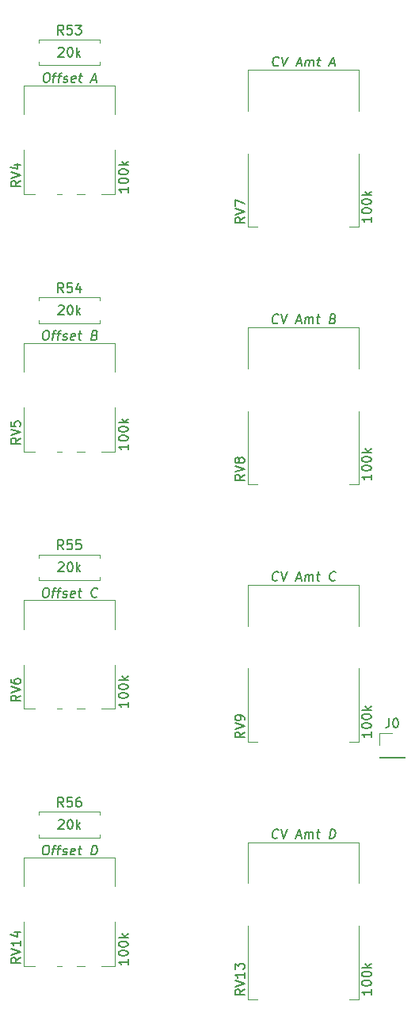
<source format=gto>
%TF.GenerationSoftware,KiCad,Pcbnew,9.0.4*%
%TF.CreationDate,2025-10-04T20:25:53+02:00*%
%TF.ProjectId,DMH_VCA_Bank_PCB_2,444d485f-5643-4415-9f42-616e6b5f5043,1*%
%TF.SameCoordinates,Original*%
%TF.FileFunction,Legend,Top*%
%TF.FilePolarity,Positive*%
%FSLAX46Y46*%
G04 Gerber Fmt 4.6, Leading zero omitted, Abs format (unit mm)*
G04 Created by KiCad (PCBNEW 9.0.4) date 2025-10-04 20:25:53*
%MOMM*%
%LPD*%
G01*
G04 APERTURE LIST*
%ADD10C,0.150000*%
%ADD11C,0.120000*%
%ADD12O,4.000000X4.200000*%
%ADD13C,1.800000*%
%ADD14R,1.800000X1.800000*%
%ADD15C,1.600000*%
%ADD16O,1.600000X1.600000*%
%ADD17O,2.720000X3.240000*%
%ADD18R,1.700000X1.700000*%
%ADD19O,1.700000X1.700000*%
G04 APERTURE END LIST*
D10*
X81204819Y-63595238D02*
X80728628Y-63928571D01*
X81204819Y-64166666D02*
X80204819Y-64166666D01*
X80204819Y-64166666D02*
X80204819Y-63785714D01*
X80204819Y-63785714D02*
X80252438Y-63690476D01*
X80252438Y-63690476D02*
X80300057Y-63642857D01*
X80300057Y-63642857D02*
X80395295Y-63595238D01*
X80395295Y-63595238D02*
X80538152Y-63595238D01*
X80538152Y-63595238D02*
X80633390Y-63642857D01*
X80633390Y-63642857D02*
X80681009Y-63690476D01*
X80681009Y-63690476D02*
X80728628Y-63785714D01*
X80728628Y-63785714D02*
X80728628Y-64166666D01*
X80204819Y-63309523D02*
X81204819Y-62976190D01*
X81204819Y-62976190D02*
X80204819Y-62642857D01*
X80204819Y-62404761D02*
X80204819Y-61738095D01*
X80204819Y-61738095D02*
X81204819Y-62166666D01*
X94754819Y-63571428D02*
X94754819Y-64142856D01*
X94754819Y-63857142D02*
X93754819Y-63857142D01*
X93754819Y-63857142D02*
X93897676Y-63952380D01*
X93897676Y-63952380D02*
X93992914Y-64047618D01*
X93992914Y-64047618D02*
X94040533Y-64142856D01*
X93754819Y-62952380D02*
X93754819Y-62857142D01*
X93754819Y-62857142D02*
X93802438Y-62761904D01*
X93802438Y-62761904D02*
X93850057Y-62714285D01*
X93850057Y-62714285D02*
X93945295Y-62666666D01*
X93945295Y-62666666D02*
X94135771Y-62619047D01*
X94135771Y-62619047D02*
X94373866Y-62619047D01*
X94373866Y-62619047D02*
X94564342Y-62666666D01*
X94564342Y-62666666D02*
X94659580Y-62714285D01*
X94659580Y-62714285D02*
X94707200Y-62761904D01*
X94707200Y-62761904D02*
X94754819Y-62857142D01*
X94754819Y-62857142D02*
X94754819Y-62952380D01*
X94754819Y-62952380D02*
X94707200Y-63047618D01*
X94707200Y-63047618D02*
X94659580Y-63095237D01*
X94659580Y-63095237D02*
X94564342Y-63142856D01*
X94564342Y-63142856D02*
X94373866Y-63190475D01*
X94373866Y-63190475D02*
X94135771Y-63190475D01*
X94135771Y-63190475D02*
X93945295Y-63142856D01*
X93945295Y-63142856D02*
X93850057Y-63095237D01*
X93850057Y-63095237D02*
X93802438Y-63047618D01*
X93802438Y-63047618D02*
X93754819Y-62952380D01*
X93754819Y-61999999D02*
X93754819Y-61904761D01*
X93754819Y-61904761D02*
X93802438Y-61809523D01*
X93802438Y-61809523D02*
X93850057Y-61761904D01*
X93850057Y-61761904D02*
X93945295Y-61714285D01*
X93945295Y-61714285D02*
X94135771Y-61666666D01*
X94135771Y-61666666D02*
X94373866Y-61666666D01*
X94373866Y-61666666D02*
X94564342Y-61714285D01*
X94564342Y-61714285D02*
X94659580Y-61761904D01*
X94659580Y-61761904D02*
X94707200Y-61809523D01*
X94707200Y-61809523D02*
X94754819Y-61904761D01*
X94754819Y-61904761D02*
X94754819Y-61999999D01*
X94754819Y-61999999D02*
X94707200Y-62095237D01*
X94707200Y-62095237D02*
X94659580Y-62142856D01*
X94659580Y-62142856D02*
X94564342Y-62190475D01*
X94564342Y-62190475D02*
X94373866Y-62238094D01*
X94373866Y-62238094D02*
X94135771Y-62238094D01*
X94135771Y-62238094D02*
X93945295Y-62190475D01*
X93945295Y-62190475D02*
X93850057Y-62142856D01*
X93850057Y-62142856D02*
X93802438Y-62095237D01*
X93802438Y-62095237D02*
X93754819Y-61999999D01*
X94754819Y-61238094D02*
X93754819Y-61238094D01*
X94373866Y-61142856D02*
X94754819Y-60857142D01*
X94088152Y-60857142D02*
X94469104Y-61238094D01*
X84815476Y-47359580D02*
X84761904Y-47407200D01*
X84761904Y-47407200D02*
X84613095Y-47454819D01*
X84613095Y-47454819D02*
X84517857Y-47454819D01*
X84517857Y-47454819D02*
X84380952Y-47407200D01*
X84380952Y-47407200D02*
X84297619Y-47311961D01*
X84297619Y-47311961D02*
X84261904Y-47216723D01*
X84261904Y-47216723D02*
X84238095Y-47026247D01*
X84238095Y-47026247D02*
X84255952Y-46883390D01*
X84255952Y-46883390D02*
X84327380Y-46692914D01*
X84327380Y-46692914D02*
X84386904Y-46597676D01*
X84386904Y-46597676D02*
X84494047Y-46502438D01*
X84494047Y-46502438D02*
X84642857Y-46454819D01*
X84642857Y-46454819D02*
X84738095Y-46454819D01*
X84738095Y-46454819D02*
X84875000Y-46502438D01*
X84875000Y-46502438D02*
X84916666Y-46550057D01*
X85214285Y-46454819D02*
X85422619Y-47454819D01*
X85422619Y-47454819D02*
X85880952Y-46454819D01*
X86839286Y-47169104D02*
X87315476Y-47169104D01*
X86708333Y-47454819D02*
X87166667Y-46454819D01*
X87166667Y-46454819D02*
X87375000Y-47454819D01*
X87708333Y-47454819D02*
X87791667Y-46788152D01*
X87779762Y-46883390D02*
X87833333Y-46835771D01*
X87833333Y-46835771D02*
X87934524Y-46788152D01*
X87934524Y-46788152D02*
X88077381Y-46788152D01*
X88077381Y-46788152D02*
X88166667Y-46835771D01*
X88166667Y-46835771D02*
X88202381Y-46931009D01*
X88202381Y-46931009D02*
X88136905Y-47454819D01*
X88202381Y-46931009D02*
X88261905Y-46835771D01*
X88261905Y-46835771D02*
X88363095Y-46788152D01*
X88363095Y-46788152D02*
X88505952Y-46788152D01*
X88505952Y-46788152D02*
X88595238Y-46835771D01*
X88595238Y-46835771D02*
X88630952Y-46931009D01*
X88630952Y-46931009D02*
X88565476Y-47454819D01*
X88982143Y-46788152D02*
X89363095Y-46788152D01*
X89166666Y-46454819D02*
X89059524Y-47311961D01*
X89059524Y-47311961D02*
X89095238Y-47407200D01*
X89095238Y-47407200D02*
X89184524Y-47454819D01*
X89184524Y-47454819D02*
X89279762Y-47454819D01*
X90363096Y-47169104D02*
X90839286Y-47169104D01*
X90232143Y-47454819D02*
X90690477Y-46454819D01*
X90690477Y-46454819D02*
X90898810Y-47454819D01*
X61857142Y-44084819D02*
X61523809Y-43608628D01*
X61285714Y-44084819D02*
X61285714Y-43084819D01*
X61285714Y-43084819D02*
X61666666Y-43084819D01*
X61666666Y-43084819D02*
X61761904Y-43132438D01*
X61761904Y-43132438D02*
X61809523Y-43180057D01*
X61809523Y-43180057D02*
X61857142Y-43275295D01*
X61857142Y-43275295D02*
X61857142Y-43418152D01*
X61857142Y-43418152D02*
X61809523Y-43513390D01*
X61809523Y-43513390D02*
X61761904Y-43561009D01*
X61761904Y-43561009D02*
X61666666Y-43608628D01*
X61666666Y-43608628D02*
X61285714Y-43608628D01*
X62761904Y-43084819D02*
X62285714Y-43084819D01*
X62285714Y-43084819D02*
X62238095Y-43561009D01*
X62238095Y-43561009D02*
X62285714Y-43513390D01*
X62285714Y-43513390D02*
X62380952Y-43465771D01*
X62380952Y-43465771D02*
X62619047Y-43465771D01*
X62619047Y-43465771D02*
X62714285Y-43513390D01*
X62714285Y-43513390D02*
X62761904Y-43561009D01*
X62761904Y-43561009D02*
X62809523Y-43656247D01*
X62809523Y-43656247D02*
X62809523Y-43894342D01*
X62809523Y-43894342D02*
X62761904Y-43989580D01*
X62761904Y-43989580D02*
X62714285Y-44037200D01*
X62714285Y-44037200D02*
X62619047Y-44084819D01*
X62619047Y-44084819D02*
X62380952Y-44084819D01*
X62380952Y-44084819D02*
X62285714Y-44037200D01*
X62285714Y-44037200D02*
X62238095Y-43989580D01*
X63142857Y-43084819D02*
X63761904Y-43084819D01*
X63761904Y-43084819D02*
X63428571Y-43465771D01*
X63428571Y-43465771D02*
X63571428Y-43465771D01*
X63571428Y-43465771D02*
X63666666Y-43513390D01*
X63666666Y-43513390D02*
X63714285Y-43561009D01*
X63714285Y-43561009D02*
X63761904Y-43656247D01*
X63761904Y-43656247D02*
X63761904Y-43894342D01*
X63761904Y-43894342D02*
X63714285Y-43989580D01*
X63714285Y-43989580D02*
X63666666Y-44037200D01*
X63666666Y-44037200D02*
X63571428Y-44084819D01*
X63571428Y-44084819D02*
X63285714Y-44084819D01*
X63285714Y-44084819D02*
X63190476Y-44037200D01*
X63190476Y-44037200D02*
X63142857Y-43989580D01*
X61333333Y-45550057D02*
X61380952Y-45502438D01*
X61380952Y-45502438D02*
X61476190Y-45454819D01*
X61476190Y-45454819D02*
X61714285Y-45454819D01*
X61714285Y-45454819D02*
X61809523Y-45502438D01*
X61809523Y-45502438D02*
X61857142Y-45550057D01*
X61857142Y-45550057D02*
X61904761Y-45645295D01*
X61904761Y-45645295D02*
X61904761Y-45740533D01*
X61904761Y-45740533D02*
X61857142Y-45883390D01*
X61857142Y-45883390D02*
X61285714Y-46454819D01*
X61285714Y-46454819D02*
X61904761Y-46454819D01*
X62523809Y-45454819D02*
X62619047Y-45454819D01*
X62619047Y-45454819D02*
X62714285Y-45502438D01*
X62714285Y-45502438D02*
X62761904Y-45550057D01*
X62761904Y-45550057D02*
X62809523Y-45645295D01*
X62809523Y-45645295D02*
X62857142Y-45835771D01*
X62857142Y-45835771D02*
X62857142Y-46073866D01*
X62857142Y-46073866D02*
X62809523Y-46264342D01*
X62809523Y-46264342D02*
X62761904Y-46359580D01*
X62761904Y-46359580D02*
X62714285Y-46407200D01*
X62714285Y-46407200D02*
X62619047Y-46454819D01*
X62619047Y-46454819D02*
X62523809Y-46454819D01*
X62523809Y-46454819D02*
X62428571Y-46407200D01*
X62428571Y-46407200D02*
X62380952Y-46359580D01*
X62380952Y-46359580D02*
X62333333Y-46264342D01*
X62333333Y-46264342D02*
X62285714Y-46073866D01*
X62285714Y-46073866D02*
X62285714Y-45835771D01*
X62285714Y-45835771D02*
X62333333Y-45645295D01*
X62333333Y-45645295D02*
X62380952Y-45550057D01*
X62380952Y-45550057D02*
X62428571Y-45502438D01*
X62428571Y-45502438D02*
X62523809Y-45454819D01*
X63285714Y-46454819D02*
X63285714Y-45454819D01*
X63380952Y-46073866D02*
X63666666Y-46454819D01*
X63666666Y-45788152D02*
X63285714Y-46169104D01*
X81204819Y-146071428D02*
X80728628Y-146404761D01*
X81204819Y-146642856D02*
X80204819Y-146642856D01*
X80204819Y-146642856D02*
X80204819Y-146261904D01*
X80204819Y-146261904D02*
X80252438Y-146166666D01*
X80252438Y-146166666D02*
X80300057Y-146119047D01*
X80300057Y-146119047D02*
X80395295Y-146071428D01*
X80395295Y-146071428D02*
X80538152Y-146071428D01*
X80538152Y-146071428D02*
X80633390Y-146119047D01*
X80633390Y-146119047D02*
X80681009Y-146166666D01*
X80681009Y-146166666D02*
X80728628Y-146261904D01*
X80728628Y-146261904D02*
X80728628Y-146642856D01*
X80204819Y-145785713D02*
X81204819Y-145452380D01*
X81204819Y-145452380D02*
X80204819Y-145119047D01*
X81204819Y-144261904D02*
X81204819Y-144833332D01*
X81204819Y-144547618D02*
X80204819Y-144547618D01*
X80204819Y-144547618D02*
X80347676Y-144642856D01*
X80347676Y-144642856D02*
X80442914Y-144738094D01*
X80442914Y-144738094D02*
X80490533Y-144833332D01*
X80204819Y-143928570D02*
X80204819Y-143309523D01*
X80204819Y-143309523D02*
X80585771Y-143642856D01*
X80585771Y-143642856D02*
X80585771Y-143499999D01*
X80585771Y-143499999D02*
X80633390Y-143404761D01*
X80633390Y-143404761D02*
X80681009Y-143357142D01*
X80681009Y-143357142D02*
X80776247Y-143309523D01*
X80776247Y-143309523D02*
X81014342Y-143309523D01*
X81014342Y-143309523D02*
X81109580Y-143357142D01*
X81109580Y-143357142D02*
X81157200Y-143404761D01*
X81157200Y-143404761D02*
X81204819Y-143499999D01*
X81204819Y-143499999D02*
X81204819Y-143785713D01*
X81204819Y-143785713D02*
X81157200Y-143880951D01*
X81157200Y-143880951D02*
X81109580Y-143928570D01*
X94754819Y-146071428D02*
X94754819Y-146642856D01*
X94754819Y-146357142D02*
X93754819Y-146357142D01*
X93754819Y-146357142D02*
X93897676Y-146452380D01*
X93897676Y-146452380D02*
X93992914Y-146547618D01*
X93992914Y-146547618D02*
X94040533Y-146642856D01*
X93754819Y-145452380D02*
X93754819Y-145357142D01*
X93754819Y-145357142D02*
X93802438Y-145261904D01*
X93802438Y-145261904D02*
X93850057Y-145214285D01*
X93850057Y-145214285D02*
X93945295Y-145166666D01*
X93945295Y-145166666D02*
X94135771Y-145119047D01*
X94135771Y-145119047D02*
X94373866Y-145119047D01*
X94373866Y-145119047D02*
X94564342Y-145166666D01*
X94564342Y-145166666D02*
X94659580Y-145214285D01*
X94659580Y-145214285D02*
X94707200Y-145261904D01*
X94707200Y-145261904D02*
X94754819Y-145357142D01*
X94754819Y-145357142D02*
X94754819Y-145452380D01*
X94754819Y-145452380D02*
X94707200Y-145547618D01*
X94707200Y-145547618D02*
X94659580Y-145595237D01*
X94659580Y-145595237D02*
X94564342Y-145642856D01*
X94564342Y-145642856D02*
X94373866Y-145690475D01*
X94373866Y-145690475D02*
X94135771Y-145690475D01*
X94135771Y-145690475D02*
X93945295Y-145642856D01*
X93945295Y-145642856D02*
X93850057Y-145595237D01*
X93850057Y-145595237D02*
X93802438Y-145547618D01*
X93802438Y-145547618D02*
X93754819Y-145452380D01*
X93754819Y-144499999D02*
X93754819Y-144404761D01*
X93754819Y-144404761D02*
X93802438Y-144309523D01*
X93802438Y-144309523D02*
X93850057Y-144261904D01*
X93850057Y-144261904D02*
X93945295Y-144214285D01*
X93945295Y-144214285D02*
X94135771Y-144166666D01*
X94135771Y-144166666D02*
X94373866Y-144166666D01*
X94373866Y-144166666D02*
X94564342Y-144214285D01*
X94564342Y-144214285D02*
X94659580Y-144261904D01*
X94659580Y-144261904D02*
X94707200Y-144309523D01*
X94707200Y-144309523D02*
X94754819Y-144404761D01*
X94754819Y-144404761D02*
X94754819Y-144499999D01*
X94754819Y-144499999D02*
X94707200Y-144595237D01*
X94707200Y-144595237D02*
X94659580Y-144642856D01*
X94659580Y-144642856D02*
X94564342Y-144690475D01*
X94564342Y-144690475D02*
X94373866Y-144738094D01*
X94373866Y-144738094D02*
X94135771Y-144738094D01*
X94135771Y-144738094D02*
X93945295Y-144690475D01*
X93945295Y-144690475D02*
X93850057Y-144642856D01*
X93850057Y-144642856D02*
X93802438Y-144595237D01*
X93802438Y-144595237D02*
X93754819Y-144499999D01*
X94754819Y-143738094D02*
X93754819Y-143738094D01*
X94373866Y-143642856D02*
X94754819Y-143357142D01*
X94088152Y-143357142D02*
X94469104Y-143738094D01*
X84744047Y-129859580D02*
X84690475Y-129907200D01*
X84690475Y-129907200D02*
X84541666Y-129954819D01*
X84541666Y-129954819D02*
X84446428Y-129954819D01*
X84446428Y-129954819D02*
X84309523Y-129907200D01*
X84309523Y-129907200D02*
X84226190Y-129811961D01*
X84226190Y-129811961D02*
X84190475Y-129716723D01*
X84190475Y-129716723D02*
X84166666Y-129526247D01*
X84166666Y-129526247D02*
X84184523Y-129383390D01*
X84184523Y-129383390D02*
X84255951Y-129192914D01*
X84255951Y-129192914D02*
X84315475Y-129097676D01*
X84315475Y-129097676D02*
X84422618Y-129002438D01*
X84422618Y-129002438D02*
X84571428Y-128954819D01*
X84571428Y-128954819D02*
X84666666Y-128954819D01*
X84666666Y-128954819D02*
X84803571Y-129002438D01*
X84803571Y-129002438D02*
X84845237Y-129050057D01*
X85142856Y-128954819D02*
X85351190Y-129954819D01*
X85351190Y-129954819D02*
X85809523Y-128954819D01*
X86767857Y-129669104D02*
X87244047Y-129669104D01*
X86636904Y-129954819D02*
X87095238Y-128954819D01*
X87095238Y-128954819D02*
X87303571Y-129954819D01*
X87636904Y-129954819D02*
X87720238Y-129288152D01*
X87708333Y-129383390D02*
X87761904Y-129335771D01*
X87761904Y-129335771D02*
X87863095Y-129288152D01*
X87863095Y-129288152D02*
X88005952Y-129288152D01*
X88005952Y-129288152D02*
X88095238Y-129335771D01*
X88095238Y-129335771D02*
X88130952Y-129431009D01*
X88130952Y-129431009D02*
X88065476Y-129954819D01*
X88130952Y-129431009D02*
X88190476Y-129335771D01*
X88190476Y-129335771D02*
X88291666Y-129288152D01*
X88291666Y-129288152D02*
X88434523Y-129288152D01*
X88434523Y-129288152D02*
X88523809Y-129335771D01*
X88523809Y-129335771D02*
X88559523Y-129431009D01*
X88559523Y-129431009D02*
X88494047Y-129954819D01*
X88910714Y-129288152D02*
X89291666Y-129288152D01*
X89095237Y-128954819D02*
X88988095Y-129811961D01*
X88988095Y-129811961D02*
X89023809Y-129907200D01*
X89023809Y-129907200D02*
X89113095Y-129954819D01*
X89113095Y-129954819D02*
X89208333Y-129954819D01*
X90303571Y-129954819D02*
X90428571Y-128954819D01*
X90428571Y-128954819D02*
X90666667Y-128954819D01*
X90666667Y-128954819D02*
X90803571Y-129002438D01*
X90803571Y-129002438D02*
X90886905Y-129097676D01*
X90886905Y-129097676D02*
X90922619Y-129192914D01*
X90922619Y-129192914D02*
X90946429Y-129383390D01*
X90946429Y-129383390D02*
X90928571Y-129526247D01*
X90928571Y-129526247D02*
X90857143Y-129716723D01*
X90857143Y-129716723D02*
X90797619Y-129811961D01*
X90797619Y-129811961D02*
X90690476Y-129907200D01*
X90690476Y-129907200D02*
X90541667Y-129954819D01*
X90541667Y-129954819D02*
X90303571Y-129954819D01*
X61857142Y-126584819D02*
X61523809Y-126108628D01*
X61285714Y-126584819D02*
X61285714Y-125584819D01*
X61285714Y-125584819D02*
X61666666Y-125584819D01*
X61666666Y-125584819D02*
X61761904Y-125632438D01*
X61761904Y-125632438D02*
X61809523Y-125680057D01*
X61809523Y-125680057D02*
X61857142Y-125775295D01*
X61857142Y-125775295D02*
X61857142Y-125918152D01*
X61857142Y-125918152D02*
X61809523Y-126013390D01*
X61809523Y-126013390D02*
X61761904Y-126061009D01*
X61761904Y-126061009D02*
X61666666Y-126108628D01*
X61666666Y-126108628D02*
X61285714Y-126108628D01*
X62761904Y-125584819D02*
X62285714Y-125584819D01*
X62285714Y-125584819D02*
X62238095Y-126061009D01*
X62238095Y-126061009D02*
X62285714Y-126013390D01*
X62285714Y-126013390D02*
X62380952Y-125965771D01*
X62380952Y-125965771D02*
X62619047Y-125965771D01*
X62619047Y-125965771D02*
X62714285Y-126013390D01*
X62714285Y-126013390D02*
X62761904Y-126061009D01*
X62761904Y-126061009D02*
X62809523Y-126156247D01*
X62809523Y-126156247D02*
X62809523Y-126394342D01*
X62809523Y-126394342D02*
X62761904Y-126489580D01*
X62761904Y-126489580D02*
X62714285Y-126537200D01*
X62714285Y-126537200D02*
X62619047Y-126584819D01*
X62619047Y-126584819D02*
X62380952Y-126584819D01*
X62380952Y-126584819D02*
X62285714Y-126537200D01*
X62285714Y-126537200D02*
X62238095Y-126489580D01*
X63666666Y-125584819D02*
X63476190Y-125584819D01*
X63476190Y-125584819D02*
X63380952Y-125632438D01*
X63380952Y-125632438D02*
X63333333Y-125680057D01*
X63333333Y-125680057D02*
X63238095Y-125822914D01*
X63238095Y-125822914D02*
X63190476Y-126013390D01*
X63190476Y-126013390D02*
X63190476Y-126394342D01*
X63190476Y-126394342D02*
X63238095Y-126489580D01*
X63238095Y-126489580D02*
X63285714Y-126537200D01*
X63285714Y-126537200D02*
X63380952Y-126584819D01*
X63380952Y-126584819D02*
X63571428Y-126584819D01*
X63571428Y-126584819D02*
X63666666Y-126537200D01*
X63666666Y-126537200D02*
X63714285Y-126489580D01*
X63714285Y-126489580D02*
X63761904Y-126394342D01*
X63761904Y-126394342D02*
X63761904Y-126156247D01*
X63761904Y-126156247D02*
X63714285Y-126061009D01*
X63714285Y-126061009D02*
X63666666Y-126013390D01*
X63666666Y-126013390D02*
X63571428Y-125965771D01*
X63571428Y-125965771D02*
X63380952Y-125965771D01*
X63380952Y-125965771D02*
X63285714Y-126013390D01*
X63285714Y-126013390D02*
X63238095Y-126061009D01*
X63238095Y-126061009D02*
X63190476Y-126156247D01*
X61333333Y-128050057D02*
X61380952Y-128002438D01*
X61380952Y-128002438D02*
X61476190Y-127954819D01*
X61476190Y-127954819D02*
X61714285Y-127954819D01*
X61714285Y-127954819D02*
X61809523Y-128002438D01*
X61809523Y-128002438D02*
X61857142Y-128050057D01*
X61857142Y-128050057D02*
X61904761Y-128145295D01*
X61904761Y-128145295D02*
X61904761Y-128240533D01*
X61904761Y-128240533D02*
X61857142Y-128383390D01*
X61857142Y-128383390D02*
X61285714Y-128954819D01*
X61285714Y-128954819D02*
X61904761Y-128954819D01*
X62523809Y-127954819D02*
X62619047Y-127954819D01*
X62619047Y-127954819D02*
X62714285Y-128002438D01*
X62714285Y-128002438D02*
X62761904Y-128050057D01*
X62761904Y-128050057D02*
X62809523Y-128145295D01*
X62809523Y-128145295D02*
X62857142Y-128335771D01*
X62857142Y-128335771D02*
X62857142Y-128573866D01*
X62857142Y-128573866D02*
X62809523Y-128764342D01*
X62809523Y-128764342D02*
X62761904Y-128859580D01*
X62761904Y-128859580D02*
X62714285Y-128907200D01*
X62714285Y-128907200D02*
X62619047Y-128954819D01*
X62619047Y-128954819D02*
X62523809Y-128954819D01*
X62523809Y-128954819D02*
X62428571Y-128907200D01*
X62428571Y-128907200D02*
X62380952Y-128859580D01*
X62380952Y-128859580D02*
X62333333Y-128764342D01*
X62333333Y-128764342D02*
X62285714Y-128573866D01*
X62285714Y-128573866D02*
X62285714Y-128335771D01*
X62285714Y-128335771D02*
X62333333Y-128145295D01*
X62333333Y-128145295D02*
X62380952Y-128050057D01*
X62380952Y-128050057D02*
X62428571Y-128002438D01*
X62428571Y-128002438D02*
X62523809Y-127954819D01*
X63285714Y-128954819D02*
X63285714Y-127954819D01*
X63380952Y-128573866D02*
X63666666Y-128954819D01*
X63666666Y-128288152D02*
X63285714Y-128669104D01*
X81204819Y-118595238D02*
X80728628Y-118928571D01*
X81204819Y-119166666D02*
X80204819Y-119166666D01*
X80204819Y-119166666D02*
X80204819Y-118785714D01*
X80204819Y-118785714D02*
X80252438Y-118690476D01*
X80252438Y-118690476D02*
X80300057Y-118642857D01*
X80300057Y-118642857D02*
X80395295Y-118595238D01*
X80395295Y-118595238D02*
X80538152Y-118595238D01*
X80538152Y-118595238D02*
X80633390Y-118642857D01*
X80633390Y-118642857D02*
X80681009Y-118690476D01*
X80681009Y-118690476D02*
X80728628Y-118785714D01*
X80728628Y-118785714D02*
X80728628Y-119166666D01*
X80204819Y-118309523D02*
X81204819Y-117976190D01*
X81204819Y-117976190D02*
X80204819Y-117642857D01*
X81204819Y-117261904D02*
X81204819Y-117071428D01*
X81204819Y-117071428D02*
X81157200Y-116976190D01*
X81157200Y-116976190D02*
X81109580Y-116928571D01*
X81109580Y-116928571D02*
X80966723Y-116833333D01*
X80966723Y-116833333D02*
X80776247Y-116785714D01*
X80776247Y-116785714D02*
X80395295Y-116785714D01*
X80395295Y-116785714D02*
X80300057Y-116833333D01*
X80300057Y-116833333D02*
X80252438Y-116880952D01*
X80252438Y-116880952D02*
X80204819Y-116976190D01*
X80204819Y-116976190D02*
X80204819Y-117166666D01*
X80204819Y-117166666D02*
X80252438Y-117261904D01*
X80252438Y-117261904D02*
X80300057Y-117309523D01*
X80300057Y-117309523D02*
X80395295Y-117357142D01*
X80395295Y-117357142D02*
X80633390Y-117357142D01*
X80633390Y-117357142D02*
X80728628Y-117309523D01*
X80728628Y-117309523D02*
X80776247Y-117261904D01*
X80776247Y-117261904D02*
X80823866Y-117166666D01*
X80823866Y-117166666D02*
X80823866Y-116976190D01*
X80823866Y-116976190D02*
X80776247Y-116880952D01*
X80776247Y-116880952D02*
X80728628Y-116833333D01*
X80728628Y-116833333D02*
X80633390Y-116785714D01*
X94754819Y-118571428D02*
X94754819Y-119142856D01*
X94754819Y-118857142D02*
X93754819Y-118857142D01*
X93754819Y-118857142D02*
X93897676Y-118952380D01*
X93897676Y-118952380D02*
X93992914Y-119047618D01*
X93992914Y-119047618D02*
X94040533Y-119142856D01*
X93754819Y-117952380D02*
X93754819Y-117857142D01*
X93754819Y-117857142D02*
X93802438Y-117761904D01*
X93802438Y-117761904D02*
X93850057Y-117714285D01*
X93850057Y-117714285D02*
X93945295Y-117666666D01*
X93945295Y-117666666D02*
X94135771Y-117619047D01*
X94135771Y-117619047D02*
X94373866Y-117619047D01*
X94373866Y-117619047D02*
X94564342Y-117666666D01*
X94564342Y-117666666D02*
X94659580Y-117714285D01*
X94659580Y-117714285D02*
X94707200Y-117761904D01*
X94707200Y-117761904D02*
X94754819Y-117857142D01*
X94754819Y-117857142D02*
X94754819Y-117952380D01*
X94754819Y-117952380D02*
X94707200Y-118047618D01*
X94707200Y-118047618D02*
X94659580Y-118095237D01*
X94659580Y-118095237D02*
X94564342Y-118142856D01*
X94564342Y-118142856D02*
X94373866Y-118190475D01*
X94373866Y-118190475D02*
X94135771Y-118190475D01*
X94135771Y-118190475D02*
X93945295Y-118142856D01*
X93945295Y-118142856D02*
X93850057Y-118095237D01*
X93850057Y-118095237D02*
X93802438Y-118047618D01*
X93802438Y-118047618D02*
X93754819Y-117952380D01*
X93754819Y-116999999D02*
X93754819Y-116904761D01*
X93754819Y-116904761D02*
X93802438Y-116809523D01*
X93802438Y-116809523D02*
X93850057Y-116761904D01*
X93850057Y-116761904D02*
X93945295Y-116714285D01*
X93945295Y-116714285D02*
X94135771Y-116666666D01*
X94135771Y-116666666D02*
X94373866Y-116666666D01*
X94373866Y-116666666D02*
X94564342Y-116714285D01*
X94564342Y-116714285D02*
X94659580Y-116761904D01*
X94659580Y-116761904D02*
X94707200Y-116809523D01*
X94707200Y-116809523D02*
X94754819Y-116904761D01*
X94754819Y-116904761D02*
X94754819Y-116999999D01*
X94754819Y-116999999D02*
X94707200Y-117095237D01*
X94707200Y-117095237D02*
X94659580Y-117142856D01*
X94659580Y-117142856D02*
X94564342Y-117190475D01*
X94564342Y-117190475D02*
X94373866Y-117238094D01*
X94373866Y-117238094D02*
X94135771Y-117238094D01*
X94135771Y-117238094D02*
X93945295Y-117190475D01*
X93945295Y-117190475D02*
X93850057Y-117142856D01*
X93850057Y-117142856D02*
X93802438Y-117095237D01*
X93802438Y-117095237D02*
X93754819Y-116999999D01*
X94754819Y-116238094D02*
X93754819Y-116238094D01*
X94373866Y-116142856D02*
X94754819Y-115857142D01*
X94088152Y-115857142D02*
X94469104Y-116238094D01*
X84744047Y-102359580D02*
X84690475Y-102407200D01*
X84690475Y-102407200D02*
X84541666Y-102454819D01*
X84541666Y-102454819D02*
X84446428Y-102454819D01*
X84446428Y-102454819D02*
X84309523Y-102407200D01*
X84309523Y-102407200D02*
X84226190Y-102311961D01*
X84226190Y-102311961D02*
X84190475Y-102216723D01*
X84190475Y-102216723D02*
X84166666Y-102026247D01*
X84166666Y-102026247D02*
X84184523Y-101883390D01*
X84184523Y-101883390D02*
X84255951Y-101692914D01*
X84255951Y-101692914D02*
X84315475Y-101597676D01*
X84315475Y-101597676D02*
X84422618Y-101502438D01*
X84422618Y-101502438D02*
X84571428Y-101454819D01*
X84571428Y-101454819D02*
X84666666Y-101454819D01*
X84666666Y-101454819D02*
X84803571Y-101502438D01*
X84803571Y-101502438D02*
X84845237Y-101550057D01*
X85142856Y-101454819D02*
X85351190Y-102454819D01*
X85351190Y-102454819D02*
X85809523Y-101454819D01*
X86767857Y-102169104D02*
X87244047Y-102169104D01*
X86636904Y-102454819D02*
X87095238Y-101454819D01*
X87095238Y-101454819D02*
X87303571Y-102454819D01*
X87636904Y-102454819D02*
X87720238Y-101788152D01*
X87708333Y-101883390D02*
X87761904Y-101835771D01*
X87761904Y-101835771D02*
X87863095Y-101788152D01*
X87863095Y-101788152D02*
X88005952Y-101788152D01*
X88005952Y-101788152D02*
X88095238Y-101835771D01*
X88095238Y-101835771D02*
X88130952Y-101931009D01*
X88130952Y-101931009D02*
X88065476Y-102454819D01*
X88130952Y-101931009D02*
X88190476Y-101835771D01*
X88190476Y-101835771D02*
X88291666Y-101788152D01*
X88291666Y-101788152D02*
X88434523Y-101788152D01*
X88434523Y-101788152D02*
X88523809Y-101835771D01*
X88523809Y-101835771D02*
X88559523Y-101931009D01*
X88559523Y-101931009D02*
X88494047Y-102454819D01*
X88910714Y-101788152D02*
X89291666Y-101788152D01*
X89095237Y-101454819D02*
X88988095Y-102311961D01*
X88988095Y-102311961D02*
X89023809Y-102407200D01*
X89023809Y-102407200D02*
X89113095Y-102454819D01*
X89113095Y-102454819D02*
X89208333Y-102454819D01*
X90886905Y-102359580D02*
X90833333Y-102407200D01*
X90833333Y-102407200D02*
X90684524Y-102454819D01*
X90684524Y-102454819D02*
X90589286Y-102454819D01*
X90589286Y-102454819D02*
X90452381Y-102407200D01*
X90452381Y-102407200D02*
X90369048Y-102311961D01*
X90369048Y-102311961D02*
X90333333Y-102216723D01*
X90333333Y-102216723D02*
X90309524Y-102026247D01*
X90309524Y-102026247D02*
X90327381Y-101883390D01*
X90327381Y-101883390D02*
X90398809Y-101692914D01*
X90398809Y-101692914D02*
X90458333Y-101597676D01*
X90458333Y-101597676D02*
X90565476Y-101502438D01*
X90565476Y-101502438D02*
X90714286Y-101454819D01*
X90714286Y-101454819D02*
X90809524Y-101454819D01*
X90809524Y-101454819D02*
X90946429Y-101502438D01*
X90946429Y-101502438D02*
X90988095Y-101550057D01*
X57254819Y-87195238D02*
X56778628Y-87528571D01*
X57254819Y-87766666D02*
X56254819Y-87766666D01*
X56254819Y-87766666D02*
X56254819Y-87385714D01*
X56254819Y-87385714D02*
X56302438Y-87290476D01*
X56302438Y-87290476D02*
X56350057Y-87242857D01*
X56350057Y-87242857D02*
X56445295Y-87195238D01*
X56445295Y-87195238D02*
X56588152Y-87195238D01*
X56588152Y-87195238D02*
X56683390Y-87242857D01*
X56683390Y-87242857D02*
X56731009Y-87290476D01*
X56731009Y-87290476D02*
X56778628Y-87385714D01*
X56778628Y-87385714D02*
X56778628Y-87766666D01*
X56254819Y-86909523D02*
X57254819Y-86576190D01*
X57254819Y-86576190D02*
X56254819Y-86242857D01*
X56254819Y-85433333D02*
X56254819Y-85909523D01*
X56254819Y-85909523D02*
X56731009Y-85957142D01*
X56731009Y-85957142D02*
X56683390Y-85909523D01*
X56683390Y-85909523D02*
X56635771Y-85814285D01*
X56635771Y-85814285D02*
X56635771Y-85576190D01*
X56635771Y-85576190D02*
X56683390Y-85480952D01*
X56683390Y-85480952D02*
X56731009Y-85433333D01*
X56731009Y-85433333D02*
X56826247Y-85385714D01*
X56826247Y-85385714D02*
X57064342Y-85385714D01*
X57064342Y-85385714D02*
X57159580Y-85433333D01*
X57159580Y-85433333D02*
X57207200Y-85480952D01*
X57207200Y-85480952D02*
X57254819Y-85576190D01*
X57254819Y-85576190D02*
X57254819Y-85814285D01*
X57254819Y-85814285D02*
X57207200Y-85909523D01*
X57207200Y-85909523D02*
X57159580Y-85957142D01*
X68754819Y-87871428D02*
X68754819Y-88442856D01*
X68754819Y-88157142D02*
X67754819Y-88157142D01*
X67754819Y-88157142D02*
X67897676Y-88252380D01*
X67897676Y-88252380D02*
X67992914Y-88347618D01*
X67992914Y-88347618D02*
X68040533Y-88442856D01*
X67754819Y-87252380D02*
X67754819Y-87157142D01*
X67754819Y-87157142D02*
X67802438Y-87061904D01*
X67802438Y-87061904D02*
X67850057Y-87014285D01*
X67850057Y-87014285D02*
X67945295Y-86966666D01*
X67945295Y-86966666D02*
X68135771Y-86919047D01*
X68135771Y-86919047D02*
X68373866Y-86919047D01*
X68373866Y-86919047D02*
X68564342Y-86966666D01*
X68564342Y-86966666D02*
X68659580Y-87014285D01*
X68659580Y-87014285D02*
X68707200Y-87061904D01*
X68707200Y-87061904D02*
X68754819Y-87157142D01*
X68754819Y-87157142D02*
X68754819Y-87252380D01*
X68754819Y-87252380D02*
X68707200Y-87347618D01*
X68707200Y-87347618D02*
X68659580Y-87395237D01*
X68659580Y-87395237D02*
X68564342Y-87442856D01*
X68564342Y-87442856D02*
X68373866Y-87490475D01*
X68373866Y-87490475D02*
X68135771Y-87490475D01*
X68135771Y-87490475D02*
X67945295Y-87442856D01*
X67945295Y-87442856D02*
X67850057Y-87395237D01*
X67850057Y-87395237D02*
X67802438Y-87347618D01*
X67802438Y-87347618D02*
X67754819Y-87252380D01*
X67754819Y-86299999D02*
X67754819Y-86204761D01*
X67754819Y-86204761D02*
X67802438Y-86109523D01*
X67802438Y-86109523D02*
X67850057Y-86061904D01*
X67850057Y-86061904D02*
X67945295Y-86014285D01*
X67945295Y-86014285D02*
X68135771Y-85966666D01*
X68135771Y-85966666D02*
X68373866Y-85966666D01*
X68373866Y-85966666D02*
X68564342Y-86014285D01*
X68564342Y-86014285D02*
X68659580Y-86061904D01*
X68659580Y-86061904D02*
X68707200Y-86109523D01*
X68707200Y-86109523D02*
X68754819Y-86204761D01*
X68754819Y-86204761D02*
X68754819Y-86299999D01*
X68754819Y-86299999D02*
X68707200Y-86395237D01*
X68707200Y-86395237D02*
X68659580Y-86442856D01*
X68659580Y-86442856D02*
X68564342Y-86490475D01*
X68564342Y-86490475D02*
X68373866Y-86538094D01*
X68373866Y-86538094D02*
X68135771Y-86538094D01*
X68135771Y-86538094D02*
X67945295Y-86490475D01*
X67945295Y-86490475D02*
X67850057Y-86442856D01*
X67850057Y-86442856D02*
X67802438Y-86395237D01*
X67802438Y-86395237D02*
X67754819Y-86299999D01*
X68754819Y-85538094D02*
X67754819Y-85538094D01*
X68373866Y-85442856D02*
X68754819Y-85157142D01*
X68088152Y-85157142D02*
X68469104Y-85538094D01*
X59952380Y-75704819D02*
X60142856Y-75704819D01*
X60142856Y-75704819D02*
X60232141Y-75752438D01*
X60232141Y-75752438D02*
X60315475Y-75847676D01*
X60315475Y-75847676D02*
X60339284Y-76038152D01*
X60339284Y-76038152D02*
X60297618Y-76371485D01*
X60297618Y-76371485D02*
X60226189Y-76561961D01*
X60226189Y-76561961D02*
X60119046Y-76657200D01*
X60119046Y-76657200D02*
X60017856Y-76704819D01*
X60017856Y-76704819D02*
X59827380Y-76704819D01*
X59827380Y-76704819D02*
X59738094Y-76657200D01*
X59738094Y-76657200D02*
X59654761Y-76561961D01*
X59654761Y-76561961D02*
X59630951Y-76371485D01*
X59630951Y-76371485D02*
X59672618Y-76038152D01*
X59672618Y-76038152D02*
X59744046Y-75847676D01*
X59744046Y-75847676D02*
X59851189Y-75752438D01*
X59851189Y-75752438D02*
X59952380Y-75704819D01*
X60624999Y-76038152D02*
X61005951Y-76038152D01*
X60684522Y-76704819D02*
X60791665Y-75847676D01*
X60791665Y-75847676D02*
X60851189Y-75752438D01*
X60851189Y-75752438D02*
X60952380Y-75704819D01*
X60952380Y-75704819D02*
X61047618Y-75704819D01*
X61196428Y-76038152D02*
X61577380Y-76038152D01*
X61255951Y-76704819D02*
X61363094Y-75847676D01*
X61363094Y-75847676D02*
X61422618Y-75752438D01*
X61422618Y-75752438D02*
X61523809Y-75704819D01*
X61523809Y-75704819D02*
X61619047Y-75704819D01*
X61785714Y-76657200D02*
X61874999Y-76704819D01*
X61874999Y-76704819D02*
X62065476Y-76704819D01*
X62065476Y-76704819D02*
X62166666Y-76657200D01*
X62166666Y-76657200D02*
X62226190Y-76561961D01*
X62226190Y-76561961D02*
X62232142Y-76514342D01*
X62232142Y-76514342D02*
X62196428Y-76419104D01*
X62196428Y-76419104D02*
X62107142Y-76371485D01*
X62107142Y-76371485D02*
X61964285Y-76371485D01*
X61964285Y-76371485D02*
X61874999Y-76323866D01*
X61874999Y-76323866D02*
X61839285Y-76228628D01*
X61839285Y-76228628D02*
X61845238Y-76181009D01*
X61845238Y-76181009D02*
X61904761Y-76085771D01*
X61904761Y-76085771D02*
X62005952Y-76038152D01*
X62005952Y-76038152D02*
X62148809Y-76038152D01*
X62148809Y-76038152D02*
X62238095Y-76085771D01*
X63023809Y-76657200D02*
X62922619Y-76704819D01*
X62922619Y-76704819D02*
X62732142Y-76704819D01*
X62732142Y-76704819D02*
X62642857Y-76657200D01*
X62642857Y-76657200D02*
X62607142Y-76561961D01*
X62607142Y-76561961D02*
X62654762Y-76181009D01*
X62654762Y-76181009D02*
X62714285Y-76085771D01*
X62714285Y-76085771D02*
X62815476Y-76038152D01*
X62815476Y-76038152D02*
X63005952Y-76038152D01*
X63005952Y-76038152D02*
X63095238Y-76085771D01*
X63095238Y-76085771D02*
X63130952Y-76181009D01*
X63130952Y-76181009D02*
X63119047Y-76276247D01*
X63119047Y-76276247D02*
X62630952Y-76371485D01*
X63434524Y-76038152D02*
X63815476Y-76038152D01*
X63619047Y-75704819D02*
X63511905Y-76561961D01*
X63511905Y-76561961D02*
X63547619Y-76657200D01*
X63547619Y-76657200D02*
X63636905Y-76704819D01*
X63636905Y-76704819D02*
X63732143Y-76704819D01*
X65226191Y-76181009D02*
X65363096Y-76228628D01*
X65363096Y-76228628D02*
X65404762Y-76276247D01*
X65404762Y-76276247D02*
X65440477Y-76371485D01*
X65440477Y-76371485D02*
X65422619Y-76514342D01*
X65422619Y-76514342D02*
X65363096Y-76609580D01*
X65363096Y-76609580D02*
X65309524Y-76657200D01*
X65309524Y-76657200D02*
X65208334Y-76704819D01*
X65208334Y-76704819D02*
X64827381Y-76704819D01*
X64827381Y-76704819D02*
X64952381Y-75704819D01*
X64952381Y-75704819D02*
X65285715Y-75704819D01*
X65285715Y-75704819D02*
X65375000Y-75752438D01*
X65375000Y-75752438D02*
X65416667Y-75800057D01*
X65416667Y-75800057D02*
X65452381Y-75895295D01*
X65452381Y-75895295D02*
X65440477Y-75990533D01*
X65440477Y-75990533D02*
X65380953Y-76085771D01*
X65380953Y-76085771D02*
X65327381Y-76133390D01*
X65327381Y-76133390D02*
X65226191Y-76181009D01*
X65226191Y-76181009D02*
X64892858Y-76181009D01*
X96666666Y-117124819D02*
X96666666Y-117839104D01*
X96666666Y-117839104D02*
X96619047Y-117981961D01*
X96619047Y-117981961D02*
X96523809Y-118077200D01*
X96523809Y-118077200D02*
X96380952Y-118124819D01*
X96380952Y-118124819D02*
X96285714Y-118124819D01*
X97333333Y-117124819D02*
X97428571Y-117124819D01*
X97428571Y-117124819D02*
X97523809Y-117172438D01*
X97523809Y-117172438D02*
X97571428Y-117220057D01*
X97571428Y-117220057D02*
X97619047Y-117315295D01*
X97619047Y-117315295D02*
X97666666Y-117505771D01*
X97666666Y-117505771D02*
X97666666Y-117743866D01*
X97666666Y-117743866D02*
X97619047Y-117934342D01*
X97619047Y-117934342D02*
X97571428Y-118029580D01*
X97571428Y-118029580D02*
X97523809Y-118077200D01*
X97523809Y-118077200D02*
X97428571Y-118124819D01*
X97428571Y-118124819D02*
X97333333Y-118124819D01*
X97333333Y-118124819D02*
X97238095Y-118077200D01*
X97238095Y-118077200D02*
X97190476Y-118029580D01*
X97190476Y-118029580D02*
X97142857Y-117934342D01*
X97142857Y-117934342D02*
X97095238Y-117743866D01*
X97095238Y-117743866D02*
X97095238Y-117505771D01*
X97095238Y-117505771D02*
X97142857Y-117315295D01*
X97142857Y-117315295D02*
X97190476Y-117220057D01*
X97190476Y-117220057D02*
X97238095Y-117172438D01*
X97238095Y-117172438D02*
X97333333Y-117124819D01*
X57254819Y-142671428D02*
X56778628Y-143004761D01*
X57254819Y-143242856D02*
X56254819Y-143242856D01*
X56254819Y-143242856D02*
X56254819Y-142861904D01*
X56254819Y-142861904D02*
X56302438Y-142766666D01*
X56302438Y-142766666D02*
X56350057Y-142719047D01*
X56350057Y-142719047D02*
X56445295Y-142671428D01*
X56445295Y-142671428D02*
X56588152Y-142671428D01*
X56588152Y-142671428D02*
X56683390Y-142719047D01*
X56683390Y-142719047D02*
X56731009Y-142766666D01*
X56731009Y-142766666D02*
X56778628Y-142861904D01*
X56778628Y-142861904D02*
X56778628Y-143242856D01*
X56254819Y-142385713D02*
X57254819Y-142052380D01*
X57254819Y-142052380D02*
X56254819Y-141719047D01*
X57254819Y-140861904D02*
X57254819Y-141433332D01*
X57254819Y-141147618D02*
X56254819Y-141147618D01*
X56254819Y-141147618D02*
X56397676Y-141242856D01*
X56397676Y-141242856D02*
X56492914Y-141338094D01*
X56492914Y-141338094D02*
X56540533Y-141433332D01*
X56588152Y-140004761D02*
X57254819Y-140004761D01*
X56207200Y-140242856D02*
X56921485Y-140480951D01*
X56921485Y-140480951D02*
X56921485Y-139861904D01*
X68754819Y-142871428D02*
X68754819Y-143442856D01*
X68754819Y-143157142D02*
X67754819Y-143157142D01*
X67754819Y-143157142D02*
X67897676Y-143252380D01*
X67897676Y-143252380D02*
X67992914Y-143347618D01*
X67992914Y-143347618D02*
X68040533Y-143442856D01*
X67754819Y-142252380D02*
X67754819Y-142157142D01*
X67754819Y-142157142D02*
X67802438Y-142061904D01*
X67802438Y-142061904D02*
X67850057Y-142014285D01*
X67850057Y-142014285D02*
X67945295Y-141966666D01*
X67945295Y-141966666D02*
X68135771Y-141919047D01*
X68135771Y-141919047D02*
X68373866Y-141919047D01*
X68373866Y-141919047D02*
X68564342Y-141966666D01*
X68564342Y-141966666D02*
X68659580Y-142014285D01*
X68659580Y-142014285D02*
X68707200Y-142061904D01*
X68707200Y-142061904D02*
X68754819Y-142157142D01*
X68754819Y-142157142D02*
X68754819Y-142252380D01*
X68754819Y-142252380D02*
X68707200Y-142347618D01*
X68707200Y-142347618D02*
X68659580Y-142395237D01*
X68659580Y-142395237D02*
X68564342Y-142442856D01*
X68564342Y-142442856D02*
X68373866Y-142490475D01*
X68373866Y-142490475D02*
X68135771Y-142490475D01*
X68135771Y-142490475D02*
X67945295Y-142442856D01*
X67945295Y-142442856D02*
X67850057Y-142395237D01*
X67850057Y-142395237D02*
X67802438Y-142347618D01*
X67802438Y-142347618D02*
X67754819Y-142252380D01*
X67754819Y-141299999D02*
X67754819Y-141204761D01*
X67754819Y-141204761D02*
X67802438Y-141109523D01*
X67802438Y-141109523D02*
X67850057Y-141061904D01*
X67850057Y-141061904D02*
X67945295Y-141014285D01*
X67945295Y-141014285D02*
X68135771Y-140966666D01*
X68135771Y-140966666D02*
X68373866Y-140966666D01*
X68373866Y-140966666D02*
X68564342Y-141014285D01*
X68564342Y-141014285D02*
X68659580Y-141061904D01*
X68659580Y-141061904D02*
X68707200Y-141109523D01*
X68707200Y-141109523D02*
X68754819Y-141204761D01*
X68754819Y-141204761D02*
X68754819Y-141299999D01*
X68754819Y-141299999D02*
X68707200Y-141395237D01*
X68707200Y-141395237D02*
X68659580Y-141442856D01*
X68659580Y-141442856D02*
X68564342Y-141490475D01*
X68564342Y-141490475D02*
X68373866Y-141538094D01*
X68373866Y-141538094D02*
X68135771Y-141538094D01*
X68135771Y-141538094D02*
X67945295Y-141490475D01*
X67945295Y-141490475D02*
X67850057Y-141442856D01*
X67850057Y-141442856D02*
X67802438Y-141395237D01*
X67802438Y-141395237D02*
X67754819Y-141299999D01*
X68754819Y-140538094D02*
X67754819Y-140538094D01*
X68373866Y-140442856D02*
X68754819Y-140157142D01*
X68088152Y-140157142D02*
X68469104Y-140538094D01*
X59952380Y-130704819D02*
X60142856Y-130704819D01*
X60142856Y-130704819D02*
X60232141Y-130752438D01*
X60232141Y-130752438D02*
X60315475Y-130847676D01*
X60315475Y-130847676D02*
X60339284Y-131038152D01*
X60339284Y-131038152D02*
X60297618Y-131371485D01*
X60297618Y-131371485D02*
X60226189Y-131561961D01*
X60226189Y-131561961D02*
X60119046Y-131657200D01*
X60119046Y-131657200D02*
X60017856Y-131704819D01*
X60017856Y-131704819D02*
X59827380Y-131704819D01*
X59827380Y-131704819D02*
X59738094Y-131657200D01*
X59738094Y-131657200D02*
X59654761Y-131561961D01*
X59654761Y-131561961D02*
X59630951Y-131371485D01*
X59630951Y-131371485D02*
X59672618Y-131038152D01*
X59672618Y-131038152D02*
X59744046Y-130847676D01*
X59744046Y-130847676D02*
X59851189Y-130752438D01*
X59851189Y-130752438D02*
X59952380Y-130704819D01*
X60624999Y-131038152D02*
X61005951Y-131038152D01*
X60684522Y-131704819D02*
X60791665Y-130847676D01*
X60791665Y-130847676D02*
X60851189Y-130752438D01*
X60851189Y-130752438D02*
X60952380Y-130704819D01*
X60952380Y-130704819D02*
X61047618Y-130704819D01*
X61196428Y-131038152D02*
X61577380Y-131038152D01*
X61255951Y-131704819D02*
X61363094Y-130847676D01*
X61363094Y-130847676D02*
X61422618Y-130752438D01*
X61422618Y-130752438D02*
X61523809Y-130704819D01*
X61523809Y-130704819D02*
X61619047Y-130704819D01*
X61785714Y-131657200D02*
X61874999Y-131704819D01*
X61874999Y-131704819D02*
X62065476Y-131704819D01*
X62065476Y-131704819D02*
X62166666Y-131657200D01*
X62166666Y-131657200D02*
X62226190Y-131561961D01*
X62226190Y-131561961D02*
X62232142Y-131514342D01*
X62232142Y-131514342D02*
X62196428Y-131419104D01*
X62196428Y-131419104D02*
X62107142Y-131371485D01*
X62107142Y-131371485D02*
X61964285Y-131371485D01*
X61964285Y-131371485D02*
X61874999Y-131323866D01*
X61874999Y-131323866D02*
X61839285Y-131228628D01*
X61839285Y-131228628D02*
X61845238Y-131181009D01*
X61845238Y-131181009D02*
X61904761Y-131085771D01*
X61904761Y-131085771D02*
X62005952Y-131038152D01*
X62005952Y-131038152D02*
X62148809Y-131038152D01*
X62148809Y-131038152D02*
X62238095Y-131085771D01*
X63023809Y-131657200D02*
X62922619Y-131704819D01*
X62922619Y-131704819D02*
X62732142Y-131704819D01*
X62732142Y-131704819D02*
X62642857Y-131657200D01*
X62642857Y-131657200D02*
X62607142Y-131561961D01*
X62607142Y-131561961D02*
X62654762Y-131181009D01*
X62654762Y-131181009D02*
X62714285Y-131085771D01*
X62714285Y-131085771D02*
X62815476Y-131038152D01*
X62815476Y-131038152D02*
X63005952Y-131038152D01*
X63005952Y-131038152D02*
X63095238Y-131085771D01*
X63095238Y-131085771D02*
X63130952Y-131181009D01*
X63130952Y-131181009D02*
X63119047Y-131276247D01*
X63119047Y-131276247D02*
X62630952Y-131371485D01*
X63434524Y-131038152D02*
X63815476Y-131038152D01*
X63619047Y-130704819D02*
X63511905Y-131561961D01*
X63511905Y-131561961D02*
X63547619Y-131657200D01*
X63547619Y-131657200D02*
X63636905Y-131704819D01*
X63636905Y-131704819D02*
X63732143Y-131704819D01*
X64827381Y-131704819D02*
X64952381Y-130704819D01*
X64952381Y-130704819D02*
X65190477Y-130704819D01*
X65190477Y-130704819D02*
X65327381Y-130752438D01*
X65327381Y-130752438D02*
X65410715Y-130847676D01*
X65410715Y-130847676D02*
X65446429Y-130942914D01*
X65446429Y-130942914D02*
X65470239Y-131133390D01*
X65470239Y-131133390D02*
X65452381Y-131276247D01*
X65452381Y-131276247D02*
X65380953Y-131466723D01*
X65380953Y-131466723D02*
X65321429Y-131561961D01*
X65321429Y-131561961D02*
X65214286Y-131657200D01*
X65214286Y-131657200D02*
X65065477Y-131704819D01*
X65065477Y-131704819D02*
X64827381Y-131704819D01*
X61857142Y-99084819D02*
X61523809Y-98608628D01*
X61285714Y-99084819D02*
X61285714Y-98084819D01*
X61285714Y-98084819D02*
X61666666Y-98084819D01*
X61666666Y-98084819D02*
X61761904Y-98132438D01*
X61761904Y-98132438D02*
X61809523Y-98180057D01*
X61809523Y-98180057D02*
X61857142Y-98275295D01*
X61857142Y-98275295D02*
X61857142Y-98418152D01*
X61857142Y-98418152D02*
X61809523Y-98513390D01*
X61809523Y-98513390D02*
X61761904Y-98561009D01*
X61761904Y-98561009D02*
X61666666Y-98608628D01*
X61666666Y-98608628D02*
X61285714Y-98608628D01*
X62761904Y-98084819D02*
X62285714Y-98084819D01*
X62285714Y-98084819D02*
X62238095Y-98561009D01*
X62238095Y-98561009D02*
X62285714Y-98513390D01*
X62285714Y-98513390D02*
X62380952Y-98465771D01*
X62380952Y-98465771D02*
X62619047Y-98465771D01*
X62619047Y-98465771D02*
X62714285Y-98513390D01*
X62714285Y-98513390D02*
X62761904Y-98561009D01*
X62761904Y-98561009D02*
X62809523Y-98656247D01*
X62809523Y-98656247D02*
X62809523Y-98894342D01*
X62809523Y-98894342D02*
X62761904Y-98989580D01*
X62761904Y-98989580D02*
X62714285Y-99037200D01*
X62714285Y-99037200D02*
X62619047Y-99084819D01*
X62619047Y-99084819D02*
X62380952Y-99084819D01*
X62380952Y-99084819D02*
X62285714Y-99037200D01*
X62285714Y-99037200D02*
X62238095Y-98989580D01*
X63714285Y-98084819D02*
X63238095Y-98084819D01*
X63238095Y-98084819D02*
X63190476Y-98561009D01*
X63190476Y-98561009D02*
X63238095Y-98513390D01*
X63238095Y-98513390D02*
X63333333Y-98465771D01*
X63333333Y-98465771D02*
X63571428Y-98465771D01*
X63571428Y-98465771D02*
X63666666Y-98513390D01*
X63666666Y-98513390D02*
X63714285Y-98561009D01*
X63714285Y-98561009D02*
X63761904Y-98656247D01*
X63761904Y-98656247D02*
X63761904Y-98894342D01*
X63761904Y-98894342D02*
X63714285Y-98989580D01*
X63714285Y-98989580D02*
X63666666Y-99037200D01*
X63666666Y-99037200D02*
X63571428Y-99084819D01*
X63571428Y-99084819D02*
X63333333Y-99084819D01*
X63333333Y-99084819D02*
X63238095Y-99037200D01*
X63238095Y-99037200D02*
X63190476Y-98989580D01*
X61333333Y-100550057D02*
X61380952Y-100502438D01*
X61380952Y-100502438D02*
X61476190Y-100454819D01*
X61476190Y-100454819D02*
X61714285Y-100454819D01*
X61714285Y-100454819D02*
X61809523Y-100502438D01*
X61809523Y-100502438D02*
X61857142Y-100550057D01*
X61857142Y-100550057D02*
X61904761Y-100645295D01*
X61904761Y-100645295D02*
X61904761Y-100740533D01*
X61904761Y-100740533D02*
X61857142Y-100883390D01*
X61857142Y-100883390D02*
X61285714Y-101454819D01*
X61285714Y-101454819D02*
X61904761Y-101454819D01*
X62523809Y-100454819D02*
X62619047Y-100454819D01*
X62619047Y-100454819D02*
X62714285Y-100502438D01*
X62714285Y-100502438D02*
X62761904Y-100550057D01*
X62761904Y-100550057D02*
X62809523Y-100645295D01*
X62809523Y-100645295D02*
X62857142Y-100835771D01*
X62857142Y-100835771D02*
X62857142Y-101073866D01*
X62857142Y-101073866D02*
X62809523Y-101264342D01*
X62809523Y-101264342D02*
X62761904Y-101359580D01*
X62761904Y-101359580D02*
X62714285Y-101407200D01*
X62714285Y-101407200D02*
X62619047Y-101454819D01*
X62619047Y-101454819D02*
X62523809Y-101454819D01*
X62523809Y-101454819D02*
X62428571Y-101407200D01*
X62428571Y-101407200D02*
X62380952Y-101359580D01*
X62380952Y-101359580D02*
X62333333Y-101264342D01*
X62333333Y-101264342D02*
X62285714Y-101073866D01*
X62285714Y-101073866D02*
X62285714Y-100835771D01*
X62285714Y-100835771D02*
X62333333Y-100645295D01*
X62333333Y-100645295D02*
X62380952Y-100550057D01*
X62380952Y-100550057D02*
X62428571Y-100502438D01*
X62428571Y-100502438D02*
X62523809Y-100454819D01*
X63285714Y-101454819D02*
X63285714Y-100454819D01*
X63380952Y-101073866D02*
X63666666Y-101454819D01*
X63666666Y-100788152D02*
X63285714Y-101169104D01*
X81204819Y-91095238D02*
X80728628Y-91428571D01*
X81204819Y-91666666D02*
X80204819Y-91666666D01*
X80204819Y-91666666D02*
X80204819Y-91285714D01*
X80204819Y-91285714D02*
X80252438Y-91190476D01*
X80252438Y-91190476D02*
X80300057Y-91142857D01*
X80300057Y-91142857D02*
X80395295Y-91095238D01*
X80395295Y-91095238D02*
X80538152Y-91095238D01*
X80538152Y-91095238D02*
X80633390Y-91142857D01*
X80633390Y-91142857D02*
X80681009Y-91190476D01*
X80681009Y-91190476D02*
X80728628Y-91285714D01*
X80728628Y-91285714D02*
X80728628Y-91666666D01*
X80204819Y-90809523D02*
X81204819Y-90476190D01*
X81204819Y-90476190D02*
X80204819Y-90142857D01*
X80633390Y-89666666D02*
X80585771Y-89761904D01*
X80585771Y-89761904D02*
X80538152Y-89809523D01*
X80538152Y-89809523D02*
X80442914Y-89857142D01*
X80442914Y-89857142D02*
X80395295Y-89857142D01*
X80395295Y-89857142D02*
X80300057Y-89809523D01*
X80300057Y-89809523D02*
X80252438Y-89761904D01*
X80252438Y-89761904D02*
X80204819Y-89666666D01*
X80204819Y-89666666D02*
X80204819Y-89476190D01*
X80204819Y-89476190D02*
X80252438Y-89380952D01*
X80252438Y-89380952D02*
X80300057Y-89333333D01*
X80300057Y-89333333D02*
X80395295Y-89285714D01*
X80395295Y-89285714D02*
X80442914Y-89285714D01*
X80442914Y-89285714D02*
X80538152Y-89333333D01*
X80538152Y-89333333D02*
X80585771Y-89380952D01*
X80585771Y-89380952D02*
X80633390Y-89476190D01*
X80633390Y-89476190D02*
X80633390Y-89666666D01*
X80633390Y-89666666D02*
X80681009Y-89761904D01*
X80681009Y-89761904D02*
X80728628Y-89809523D01*
X80728628Y-89809523D02*
X80823866Y-89857142D01*
X80823866Y-89857142D02*
X81014342Y-89857142D01*
X81014342Y-89857142D02*
X81109580Y-89809523D01*
X81109580Y-89809523D02*
X81157200Y-89761904D01*
X81157200Y-89761904D02*
X81204819Y-89666666D01*
X81204819Y-89666666D02*
X81204819Y-89476190D01*
X81204819Y-89476190D02*
X81157200Y-89380952D01*
X81157200Y-89380952D02*
X81109580Y-89333333D01*
X81109580Y-89333333D02*
X81014342Y-89285714D01*
X81014342Y-89285714D02*
X80823866Y-89285714D01*
X80823866Y-89285714D02*
X80728628Y-89333333D01*
X80728628Y-89333333D02*
X80681009Y-89380952D01*
X80681009Y-89380952D02*
X80633390Y-89476190D01*
X94754819Y-91071428D02*
X94754819Y-91642856D01*
X94754819Y-91357142D02*
X93754819Y-91357142D01*
X93754819Y-91357142D02*
X93897676Y-91452380D01*
X93897676Y-91452380D02*
X93992914Y-91547618D01*
X93992914Y-91547618D02*
X94040533Y-91642856D01*
X93754819Y-90452380D02*
X93754819Y-90357142D01*
X93754819Y-90357142D02*
X93802438Y-90261904D01*
X93802438Y-90261904D02*
X93850057Y-90214285D01*
X93850057Y-90214285D02*
X93945295Y-90166666D01*
X93945295Y-90166666D02*
X94135771Y-90119047D01*
X94135771Y-90119047D02*
X94373866Y-90119047D01*
X94373866Y-90119047D02*
X94564342Y-90166666D01*
X94564342Y-90166666D02*
X94659580Y-90214285D01*
X94659580Y-90214285D02*
X94707200Y-90261904D01*
X94707200Y-90261904D02*
X94754819Y-90357142D01*
X94754819Y-90357142D02*
X94754819Y-90452380D01*
X94754819Y-90452380D02*
X94707200Y-90547618D01*
X94707200Y-90547618D02*
X94659580Y-90595237D01*
X94659580Y-90595237D02*
X94564342Y-90642856D01*
X94564342Y-90642856D02*
X94373866Y-90690475D01*
X94373866Y-90690475D02*
X94135771Y-90690475D01*
X94135771Y-90690475D02*
X93945295Y-90642856D01*
X93945295Y-90642856D02*
X93850057Y-90595237D01*
X93850057Y-90595237D02*
X93802438Y-90547618D01*
X93802438Y-90547618D02*
X93754819Y-90452380D01*
X93754819Y-89499999D02*
X93754819Y-89404761D01*
X93754819Y-89404761D02*
X93802438Y-89309523D01*
X93802438Y-89309523D02*
X93850057Y-89261904D01*
X93850057Y-89261904D02*
X93945295Y-89214285D01*
X93945295Y-89214285D02*
X94135771Y-89166666D01*
X94135771Y-89166666D02*
X94373866Y-89166666D01*
X94373866Y-89166666D02*
X94564342Y-89214285D01*
X94564342Y-89214285D02*
X94659580Y-89261904D01*
X94659580Y-89261904D02*
X94707200Y-89309523D01*
X94707200Y-89309523D02*
X94754819Y-89404761D01*
X94754819Y-89404761D02*
X94754819Y-89499999D01*
X94754819Y-89499999D02*
X94707200Y-89595237D01*
X94707200Y-89595237D02*
X94659580Y-89642856D01*
X94659580Y-89642856D02*
X94564342Y-89690475D01*
X94564342Y-89690475D02*
X94373866Y-89738094D01*
X94373866Y-89738094D02*
X94135771Y-89738094D01*
X94135771Y-89738094D02*
X93945295Y-89690475D01*
X93945295Y-89690475D02*
X93850057Y-89642856D01*
X93850057Y-89642856D02*
X93802438Y-89595237D01*
X93802438Y-89595237D02*
X93754819Y-89499999D01*
X94754819Y-88738094D02*
X93754819Y-88738094D01*
X94373866Y-88642856D02*
X94754819Y-88357142D01*
X94088152Y-88357142D02*
X94469104Y-88738094D01*
X84744047Y-74859580D02*
X84690475Y-74907200D01*
X84690475Y-74907200D02*
X84541666Y-74954819D01*
X84541666Y-74954819D02*
X84446428Y-74954819D01*
X84446428Y-74954819D02*
X84309523Y-74907200D01*
X84309523Y-74907200D02*
X84226190Y-74811961D01*
X84226190Y-74811961D02*
X84190475Y-74716723D01*
X84190475Y-74716723D02*
X84166666Y-74526247D01*
X84166666Y-74526247D02*
X84184523Y-74383390D01*
X84184523Y-74383390D02*
X84255951Y-74192914D01*
X84255951Y-74192914D02*
X84315475Y-74097676D01*
X84315475Y-74097676D02*
X84422618Y-74002438D01*
X84422618Y-74002438D02*
X84571428Y-73954819D01*
X84571428Y-73954819D02*
X84666666Y-73954819D01*
X84666666Y-73954819D02*
X84803571Y-74002438D01*
X84803571Y-74002438D02*
X84845237Y-74050057D01*
X85142856Y-73954819D02*
X85351190Y-74954819D01*
X85351190Y-74954819D02*
X85809523Y-73954819D01*
X86767857Y-74669104D02*
X87244047Y-74669104D01*
X86636904Y-74954819D02*
X87095238Y-73954819D01*
X87095238Y-73954819D02*
X87303571Y-74954819D01*
X87636904Y-74954819D02*
X87720238Y-74288152D01*
X87708333Y-74383390D02*
X87761904Y-74335771D01*
X87761904Y-74335771D02*
X87863095Y-74288152D01*
X87863095Y-74288152D02*
X88005952Y-74288152D01*
X88005952Y-74288152D02*
X88095238Y-74335771D01*
X88095238Y-74335771D02*
X88130952Y-74431009D01*
X88130952Y-74431009D02*
X88065476Y-74954819D01*
X88130952Y-74431009D02*
X88190476Y-74335771D01*
X88190476Y-74335771D02*
X88291666Y-74288152D01*
X88291666Y-74288152D02*
X88434523Y-74288152D01*
X88434523Y-74288152D02*
X88523809Y-74335771D01*
X88523809Y-74335771D02*
X88559523Y-74431009D01*
X88559523Y-74431009D02*
X88494047Y-74954819D01*
X88910714Y-74288152D02*
X89291666Y-74288152D01*
X89095237Y-73954819D02*
X88988095Y-74811961D01*
X88988095Y-74811961D02*
X89023809Y-74907200D01*
X89023809Y-74907200D02*
X89113095Y-74954819D01*
X89113095Y-74954819D02*
X89208333Y-74954819D01*
X90702381Y-74431009D02*
X90839286Y-74478628D01*
X90839286Y-74478628D02*
X90880952Y-74526247D01*
X90880952Y-74526247D02*
X90916667Y-74621485D01*
X90916667Y-74621485D02*
X90898809Y-74764342D01*
X90898809Y-74764342D02*
X90839286Y-74859580D01*
X90839286Y-74859580D02*
X90785714Y-74907200D01*
X90785714Y-74907200D02*
X90684524Y-74954819D01*
X90684524Y-74954819D02*
X90303571Y-74954819D01*
X90303571Y-74954819D02*
X90428571Y-73954819D01*
X90428571Y-73954819D02*
X90761905Y-73954819D01*
X90761905Y-73954819D02*
X90851190Y-74002438D01*
X90851190Y-74002438D02*
X90892857Y-74050057D01*
X90892857Y-74050057D02*
X90928571Y-74145295D01*
X90928571Y-74145295D02*
X90916667Y-74240533D01*
X90916667Y-74240533D02*
X90857143Y-74335771D01*
X90857143Y-74335771D02*
X90803571Y-74383390D01*
X90803571Y-74383390D02*
X90702381Y-74431009D01*
X90702381Y-74431009D02*
X90369048Y-74431009D01*
X57254819Y-114695238D02*
X56778628Y-115028571D01*
X57254819Y-115266666D02*
X56254819Y-115266666D01*
X56254819Y-115266666D02*
X56254819Y-114885714D01*
X56254819Y-114885714D02*
X56302438Y-114790476D01*
X56302438Y-114790476D02*
X56350057Y-114742857D01*
X56350057Y-114742857D02*
X56445295Y-114695238D01*
X56445295Y-114695238D02*
X56588152Y-114695238D01*
X56588152Y-114695238D02*
X56683390Y-114742857D01*
X56683390Y-114742857D02*
X56731009Y-114790476D01*
X56731009Y-114790476D02*
X56778628Y-114885714D01*
X56778628Y-114885714D02*
X56778628Y-115266666D01*
X56254819Y-114409523D02*
X57254819Y-114076190D01*
X57254819Y-114076190D02*
X56254819Y-113742857D01*
X56254819Y-112980952D02*
X56254819Y-113171428D01*
X56254819Y-113171428D02*
X56302438Y-113266666D01*
X56302438Y-113266666D02*
X56350057Y-113314285D01*
X56350057Y-113314285D02*
X56492914Y-113409523D01*
X56492914Y-113409523D02*
X56683390Y-113457142D01*
X56683390Y-113457142D02*
X57064342Y-113457142D01*
X57064342Y-113457142D02*
X57159580Y-113409523D01*
X57159580Y-113409523D02*
X57207200Y-113361904D01*
X57207200Y-113361904D02*
X57254819Y-113266666D01*
X57254819Y-113266666D02*
X57254819Y-113076190D01*
X57254819Y-113076190D02*
X57207200Y-112980952D01*
X57207200Y-112980952D02*
X57159580Y-112933333D01*
X57159580Y-112933333D02*
X57064342Y-112885714D01*
X57064342Y-112885714D02*
X56826247Y-112885714D01*
X56826247Y-112885714D02*
X56731009Y-112933333D01*
X56731009Y-112933333D02*
X56683390Y-112980952D01*
X56683390Y-112980952D02*
X56635771Y-113076190D01*
X56635771Y-113076190D02*
X56635771Y-113266666D01*
X56635771Y-113266666D02*
X56683390Y-113361904D01*
X56683390Y-113361904D02*
X56731009Y-113409523D01*
X56731009Y-113409523D02*
X56826247Y-113457142D01*
X68754819Y-115371428D02*
X68754819Y-115942856D01*
X68754819Y-115657142D02*
X67754819Y-115657142D01*
X67754819Y-115657142D02*
X67897676Y-115752380D01*
X67897676Y-115752380D02*
X67992914Y-115847618D01*
X67992914Y-115847618D02*
X68040533Y-115942856D01*
X67754819Y-114752380D02*
X67754819Y-114657142D01*
X67754819Y-114657142D02*
X67802438Y-114561904D01*
X67802438Y-114561904D02*
X67850057Y-114514285D01*
X67850057Y-114514285D02*
X67945295Y-114466666D01*
X67945295Y-114466666D02*
X68135771Y-114419047D01*
X68135771Y-114419047D02*
X68373866Y-114419047D01*
X68373866Y-114419047D02*
X68564342Y-114466666D01*
X68564342Y-114466666D02*
X68659580Y-114514285D01*
X68659580Y-114514285D02*
X68707200Y-114561904D01*
X68707200Y-114561904D02*
X68754819Y-114657142D01*
X68754819Y-114657142D02*
X68754819Y-114752380D01*
X68754819Y-114752380D02*
X68707200Y-114847618D01*
X68707200Y-114847618D02*
X68659580Y-114895237D01*
X68659580Y-114895237D02*
X68564342Y-114942856D01*
X68564342Y-114942856D02*
X68373866Y-114990475D01*
X68373866Y-114990475D02*
X68135771Y-114990475D01*
X68135771Y-114990475D02*
X67945295Y-114942856D01*
X67945295Y-114942856D02*
X67850057Y-114895237D01*
X67850057Y-114895237D02*
X67802438Y-114847618D01*
X67802438Y-114847618D02*
X67754819Y-114752380D01*
X67754819Y-113799999D02*
X67754819Y-113704761D01*
X67754819Y-113704761D02*
X67802438Y-113609523D01*
X67802438Y-113609523D02*
X67850057Y-113561904D01*
X67850057Y-113561904D02*
X67945295Y-113514285D01*
X67945295Y-113514285D02*
X68135771Y-113466666D01*
X68135771Y-113466666D02*
X68373866Y-113466666D01*
X68373866Y-113466666D02*
X68564342Y-113514285D01*
X68564342Y-113514285D02*
X68659580Y-113561904D01*
X68659580Y-113561904D02*
X68707200Y-113609523D01*
X68707200Y-113609523D02*
X68754819Y-113704761D01*
X68754819Y-113704761D02*
X68754819Y-113799999D01*
X68754819Y-113799999D02*
X68707200Y-113895237D01*
X68707200Y-113895237D02*
X68659580Y-113942856D01*
X68659580Y-113942856D02*
X68564342Y-113990475D01*
X68564342Y-113990475D02*
X68373866Y-114038094D01*
X68373866Y-114038094D02*
X68135771Y-114038094D01*
X68135771Y-114038094D02*
X67945295Y-113990475D01*
X67945295Y-113990475D02*
X67850057Y-113942856D01*
X67850057Y-113942856D02*
X67802438Y-113895237D01*
X67802438Y-113895237D02*
X67754819Y-113799999D01*
X68754819Y-113038094D02*
X67754819Y-113038094D01*
X68373866Y-112942856D02*
X68754819Y-112657142D01*
X68088152Y-112657142D02*
X68469104Y-113038094D01*
X59952380Y-103204819D02*
X60142856Y-103204819D01*
X60142856Y-103204819D02*
X60232141Y-103252438D01*
X60232141Y-103252438D02*
X60315475Y-103347676D01*
X60315475Y-103347676D02*
X60339284Y-103538152D01*
X60339284Y-103538152D02*
X60297618Y-103871485D01*
X60297618Y-103871485D02*
X60226189Y-104061961D01*
X60226189Y-104061961D02*
X60119046Y-104157200D01*
X60119046Y-104157200D02*
X60017856Y-104204819D01*
X60017856Y-104204819D02*
X59827380Y-104204819D01*
X59827380Y-104204819D02*
X59738094Y-104157200D01*
X59738094Y-104157200D02*
X59654761Y-104061961D01*
X59654761Y-104061961D02*
X59630951Y-103871485D01*
X59630951Y-103871485D02*
X59672618Y-103538152D01*
X59672618Y-103538152D02*
X59744046Y-103347676D01*
X59744046Y-103347676D02*
X59851189Y-103252438D01*
X59851189Y-103252438D02*
X59952380Y-103204819D01*
X60624999Y-103538152D02*
X61005951Y-103538152D01*
X60684522Y-104204819D02*
X60791665Y-103347676D01*
X60791665Y-103347676D02*
X60851189Y-103252438D01*
X60851189Y-103252438D02*
X60952380Y-103204819D01*
X60952380Y-103204819D02*
X61047618Y-103204819D01*
X61196428Y-103538152D02*
X61577380Y-103538152D01*
X61255951Y-104204819D02*
X61363094Y-103347676D01*
X61363094Y-103347676D02*
X61422618Y-103252438D01*
X61422618Y-103252438D02*
X61523809Y-103204819D01*
X61523809Y-103204819D02*
X61619047Y-103204819D01*
X61785714Y-104157200D02*
X61874999Y-104204819D01*
X61874999Y-104204819D02*
X62065476Y-104204819D01*
X62065476Y-104204819D02*
X62166666Y-104157200D01*
X62166666Y-104157200D02*
X62226190Y-104061961D01*
X62226190Y-104061961D02*
X62232142Y-104014342D01*
X62232142Y-104014342D02*
X62196428Y-103919104D01*
X62196428Y-103919104D02*
X62107142Y-103871485D01*
X62107142Y-103871485D02*
X61964285Y-103871485D01*
X61964285Y-103871485D02*
X61874999Y-103823866D01*
X61874999Y-103823866D02*
X61839285Y-103728628D01*
X61839285Y-103728628D02*
X61845238Y-103681009D01*
X61845238Y-103681009D02*
X61904761Y-103585771D01*
X61904761Y-103585771D02*
X62005952Y-103538152D01*
X62005952Y-103538152D02*
X62148809Y-103538152D01*
X62148809Y-103538152D02*
X62238095Y-103585771D01*
X63023809Y-104157200D02*
X62922619Y-104204819D01*
X62922619Y-104204819D02*
X62732142Y-104204819D01*
X62732142Y-104204819D02*
X62642857Y-104157200D01*
X62642857Y-104157200D02*
X62607142Y-104061961D01*
X62607142Y-104061961D02*
X62654762Y-103681009D01*
X62654762Y-103681009D02*
X62714285Y-103585771D01*
X62714285Y-103585771D02*
X62815476Y-103538152D01*
X62815476Y-103538152D02*
X63005952Y-103538152D01*
X63005952Y-103538152D02*
X63095238Y-103585771D01*
X63095238Y-103585771D02*
X63130952Y-103681009D01*
X63130952Y-103681009D02*
X63119047Y-103776247D01*
X63119047Y-103776247D02*
X62630952Y-103871485D01*
X63434524Y-103538152D02*
X63815476Y-103538152D01*
X63619047Y-103204819D02*
X63511905Y-104061961D01*
X63511905Y-104061961D02*
X63547619Y-104157200D01*
X63547619Y-104157200D02*
X63636905Y-104204819D01*
X63636905Y-104204819D02*
X63732143Y-104204819D01*
X65410715Y-104109580D02*
X65357143Y-104157200D01*
X65357143Y-104157200D02*
X65208334Y-104204819D01*
X65208334Y-104204819D02*
X65113096Y-104204819D01*
X65113096Y-104204819D02*
X64976191Y-104157200D01*
X64976191Y-104157200D02*
X64892858Y-104061961D01*
X64892858Y-104061961D02*
X64857143Y-103966723D01*
X64857143Y-103966723D02*
X64833334Y-103776247D01*
X64833334Y-103776247D02*
X64851191Y-103633390D01*
X64851191Y-103633390D02*
X64922619Y-103442914D01*
X64922619Y-103442914D02*
X64982143Y-103347676D01*
X64982143Y-103347676D02*
X65089286Y-103252438D01*
X65089286Y-103252438D02*
X65238096Y-103204819D01*
X65238096Y-103204819D02*
X65333334Y-103204819D01*
X65333334Y-103204819D02*
X65470239Y-103252438D01*
X65470239Y-103252438D02*
X65511905Y-103300057D01*
X61857142Y-71634819D02*
X61523809Y-71158628D01*
X61285714Y-71634819D02*
X61285714Y-70634819D01*
X61285714Y-70634819D02*
X61666666Y-70634819D01*
X61666666Y-70634819D02*
X61761904Y-70682438D01*
X61761904Y-70682438D02*
X61809523Y-70730057D01*
X61809523Y-70730057D02*
X61857142Y-70825295D01*
X61857142Y-70825295D02*
X61857142Y-70968152D01*
X61857142Y-70968152D02*
X61809523Y-71063390D01*
X61809523Y-71063390D02*
X61761904Y-71111009D01*
X61761904Y-71111009D02*
X61666666Y-71158628D01*
X61666666Y-71158628D02*
X61285714Y-71158628D01*
X62761904Y-70634819D02*
X62285714Y-70634819D01*
X62285714Y-70634819D02*
X62238095Y-71111009D01*
X62238095Y-71111009D02*
X62285714Y-71063390D01*
X62285714Y-71063390D02*
X62380952Y-71015771D01*
X62380952Y-71015771D02*
X62619047Y-71015771D01*
X62619047Y-71015771D02*
X62714285Y-71063390D01*
X62714285Y-71063390D02*
X62761904Y-71111009D01*
X62761904Y-71111009D02*
X62809523Y-71206247D01*
X62809523Y-71206247D02*
X62809523Y-71444342D01*
X62809523Y-71444342D02*
X62761904Y-71539580D01*
X62761904Y-71539580D02*
X62714285Y-71587200D01*
X62714285Y-71587200D02*
X62619047Y-71634819D01*
X62619047Y-71634819D02*
X62380952Y-71634819D01*
X62380952Y-71634819D02*
X62285714Y-71587200D01*
X62285714Y-71587200D02*
X62238095Y-71539580D01*
X63666666Y-70968152D02*
X63666666Y-71634819D01*
X63428571Y-70587200D02*
X63190476Y-71301485D01*
X63190476Y-71301485D02*
X63809523Y-71301485D01*
X61333333Y-73100057D02*
X61380952Y-73052438D01*
X61380952Y-73052438D02*
X61476190Y-73004819D01*
X61476190Y-73004819D02*
X61714285Y-73004819D01*
X61714285Y-73004819D02*
X61809523Y-73052438D01*
X61809523Y-73052438D02*
X61857142Y-73100057D01*
X61857142Y-73100057D02*
X61904761Y-73195295D01*
X61904761Y-73195295D02*
X61904761Y-73290533D01*
X61904761Y-73290533D02*
X61857142Y-73433390D01*
X61857142Y-73433390D02*
X61285714Y-74004819D01*
X61285714Y-74004819D02*
X61904761Y-74004819D01*
X62523809Y-73004819D02*
X62619047Y-73004819D01*
X62619047Y-73004819D02*
X62714285Y-73052438D01*
X62714285Y-73052438D02*
X62761904Y-73100057D01*
X62761904Y-73100057D02*
X62809523Y-73195295D01*
X62809523Y-73195295D02*
X62857142Y-73385771D01*
X62857142Y-73385771D02*
X62857142Y-73623866D01*
X62857142Y-73623866D02*
X62809523Y-73814342D01*
X62809523Y-73814342D02*
X62761904Y-73909580D01*
X62761904Y-73909580D02*
X62714285Y-73957200D01*
X62714285Y-73957200D02*
X62619047Y-74004819D01*
X62619047Y-74004819D02*
X62523809Y-74004819D01*
X62523809Y-74004819D02*
X62428571Y-73957200D01*
X62428571Y-73957200D02*
X62380952Y-73909580D01*
X62380952Y-73909580D02*
X62333333Y-73814342D01*
X62333333Y-73814342D02*
X62285714Y-73623866D01*
X62285714Y-73623866D02*
X62285714Y-73385771D01*
X62285714Y-73385771D02*
X62333333Y-73195295D01*
X62333333Y-73195295D02*
X62380952Y-73100057D01*
X62380952Y-73100057D02*
X62428571Y-73052438D01*
X62428571Y-73052438D02*
X62523809Y-73004819D01*
X63285714Y-74004819D02*
X63285714Y-73004819D01*
X63380952Y-73623866D02*
X63666666Y-74004819D01*
X63666666Y-73338152D02*
X63285714Y-73719104D01*
X57254819Y-59695238D02*
X56778628Y-60028571D01*
X57254819Y-60266666D02*
X56254819Y-60266666D01*
X56254819Y-60266666D02*
X56254819Y-59885714D01*
X56254819Y-59885714D02*
X56302438Y-59790476D01*
X56302438Y-59790476D02*
X56350057Y-59742857D01*
X56350057Y-59742857D02*
X56445295Y-59695238D01*
X56445295Y-59695238D02*
X56588152Y-59695238D01*
X56588152Y-59695238D02*
X56683390Y-59742857D01*
X56683390Y-59742857D02*
X56731009Y-59790476D01*
X56731009Y-59790476D02*
X56778628Y-59885714D01*
X56778628Y-59885714D02*
X56778628Y-60266666D01*
X56254819Y-59409523D02*
X57254819Y-59076190D01*
X57254819Y-59076190D02*
X56254819Y-58742857D01*
X56588152Y-57980952D02*
X57254819Y-57980952D01*
X56207200Y-58219047D02*
X56921485Y-58457142D01*
X56921485Y-58457142D02*
X56921485Y-57838095D01*
X68754819Y-60371428D02*
X68754819Y-60942856D01*
X68754819Y-60657142D02*
X67754819Y-60657142D01*
X67754819Y-60657142D02*
X67897676Y-60752380D01*
X67897676Y-60752380D02*
X67992914Y-60847618D01*
X67992914Y-60847618D02*
X68040533Y-60942856D01*
X67754819Y-59752380D02*
X67754819Y-59657142D01*
X67754819Y-59657142D02*
X67802438Y-59561904D01*
X67802438Y-59561904D02*
X67850057Y-59514285D01*
X67850057Y-59514285D02*
X67945295Y-59466666D01*
X67945295Y-59466666D02*
X68135771Y-59419047D01*
X68135771Y-59419047D02*
X68373866Y-59419047D01*
X68373866Y-59419047D02*
X68564342Y-59466666D01*
X68564342Y-59466666D02*
X68659580Y-59514285D01*
X68659580Y-59514285D02*
X68707200Y-59561904D01*
X68707200Y-59561904D02*
X68754819Y-59657142D01*
X68754819Y-59657142D02*
X68754819Y-59752380D01*
X68754819Y-59752380D02*
X68707200Y-59847618D01*
X68707200Y-59847618D02*
X68659580Y-59895237D01*
X68659580Y-59895237D02*
X68564342Y-59942856D01*
X68564342Y-59942856D02*
X68373866Y-59990475D01*
X68373866Y-59990475D02*
X68135771Y-59990475D01*
X68135771Y-59990475D02*
X67945295Y-59942856D01*
X67945295Y-59942856D02*
X67850057Y-59895237D01*
X67850057Y-59895237D02*
X67802438Y-59847618D01*
X67802438Y-59847618D02*
X67754819Y-59752380D01*
X67754819Y-58799999D02*
X67754819Y-58704761D01*
X67754819Y-58704761D02*
X67802438Y-58609523D01*
X67802438Y-58609523D02*
X67850057Y-58561904D01*
X67850057Y-58561904D02*
X67945295Y-58514285D01*
X67945295Y-58514285D02*
X68135771Y-58466666D01*
X68135771Y-58466666D02*
X68373866Y-58466666D01*
X68373866Y-58466666D02*
X68564342Y-58514285D01*
X68564342Y-58514285D02*
X68659580Y-58561904D01*
X68659580Y-58561904D02*
X68707200Y-58609523D01*
X68707200Y-58609523D02*
X68754819Y-58704761D01*
X68754819Y-58704761D02*
X68754819Y-58799999D01*
X68754819Y-58799999D02*
X68707200Y-58895237D01*
X68707200Y-58895237D02*
X68659580Y-58942856D01*
X68659580Y-58942856D02*
X68564342Y-58990475D01*
X68564342Y-58990475D02*
X68373866Y-59038094D01*
X68373866Y-59038094D02*
X68135771Y-59038094D01*
X68135771Y-59038094D02*
X67945295Y-58990475D01*
X67945295Y-58990475D02*
X67850057Y-58942856D01*
X67850057Y-58942856D02*
X67802438Y-58895237D01*
X67802438Y-58895237D02*
X67754819Y-58799999D01*
X68754819Y-58038094D02*
X67754819Y-58038094D01*
X68373866Y-57942856D02*
X68754819Y-57657142D01*
X68088152Y-57657142D02*
X68469104Y-58038094D01*
X60023809Y-48204819D02*
X60214285Y-48204819D01*
X60214285Y-48204819D02*
X60303570Y-48252438D01*
X60303570Y-48252438D02*
X60386904Y-48347676D01*
X60386904Y-48347676D02*
X60410713Y-48538152D01*
X60410713Y-48538152D02*
X60369047Y-48871485D01*
X60369047Y-48871485D02*
X60297618Y-49061961D01*
X60297618Y-49061961D02*
X60190475Y-49157200D01*
X60190475Y-49157200D02*
X60089285Y-49204819D01*
X60089285Y-49204819D02*
X59898809Y-49204819D01*
X59898809Y-49204819D02*
X59809523Y-49157200D01*
X59809523Y-49157200D02*
X59726190Y-49061961D01*
X59726190Y-49061961D02*
X59702380Y-48871485D01*
X59702380Y-48871485D02*
X59744047Y-48538152D01*
X59744047Y-48538152D02*
X59815475Y-48347676D01*
X59815475Y-48347676D02*
X59922618Y-48252438D01*
X59922618Y-48252438D02*
X60023809Y-48204819D01*
X60696428Y-48538152D02*
X61077380Y-48538152D01*
X60755951Y-49204819D02*
X60863094Y-48347676D01*
X60863094Y-48347676D02*
X60922618Y-48252438D01*
X60922618Y-48252438D02*
X61023809Y-48204819D01*
X61023809Y-48204819D02*
X61119047Y-48204819D01*
X61267857Y-48538152D02*
X61648809Y-48538152D01*
X61327380Y-49204819D02*
X61434523Y-48347676D01*
X61434523Y-48347676D02*
X61494047Y-48252438D01*
X61494047Y-48252438D02*
X61595238Y-48204819D01*
X61595238Y-48204819D02*
X61690476Y-48204819D01*
X61857143Y-49157200D02*
X61946428Y-49204819D01*
X61946428Y-49204819D02*
X62136905Y-49204819D01*
X62136905Y-49204819D02*
X62238095Y-49157200D01*
X62238095Y-49157200D02*
X62297619Y-49061961D01*
X62297619Y-49061961D02*
X62303571Y-49014342D01*
X62303571Y-49014342D02*
X62267857Y-48919104D01*
X62267857Y-48919104D02*
X62178571Y-48871485D01*
X62178571Y-48871485D02*
X62035714Y-48871485D01*
X62035714Y-48871485D02*
X61946428Y-48823866D01*
X61946428Y-48823866D02*
X61910714Y-48728628D01*
X61910714Y-48728628D02*
X61916667Y-48681009D01*
X61916667Y-48681009D02*
X61976190Y-48585771D01*
X61976190Y-48585771D02*
X62077381Y-48538152D01*
X62077381Y-48538152D02*
X62220238Y-48538152D01*
X62220238Y-48538152D02*
X62309524Y-48585771D01*
X63095238Y-49157200D02*
X62994048Y-49204819D01*
X62994048Y-49204819D02*
X62803571Y-49204819D01*
X62803571Y-49204819D02*
X62714286Y-49157200D01*
X62714286Y-49157200D02*
X62678571Y-49061961D01*
X62678571Y-49061961D02*
X62726191Y-48681009D01*
X62726191Y-48681009D02*
X62785714Y-48585771D01*
X62785714Y-48585771D02*
X62886905Y-48538152D01*
X62886905Y-48538152D02*
X63077381Y-48538152D01*
X63077381Y-48538152D02*
X63166667Y-48585771D01*
X63166667Y-48585771D02*
X63202381Y-48681009D01*
X63202381Y-48681009D02*
X63190476Y-48776247D01*
X63190476Y-48776247D02*
X62702381Y-48871485D01*
X63505953Y-48538152D02*
X63886905Y-48538152D01*
X63690476Y-48204819D02*
X63583334Y-49061961D01*
X63583334Y-49061961D02*
X63619048Y-49157200D01*
X63619048Y-49157200D02*
X63708334Y-49204819D01*
X63708334Y-49204819D02*
X63803572Y-49204819D01*
X64886906Y-48919104D02*
X65363096Y-48919104D01*
X64755953Y-49204819D02*
X65214287Y-48204819D01*
X65214287Y-48204819D02*
X65422620Y-49204819D01*
D11*
%TO.C,RV7*%
X81600000Y-47880000D02*
X81600000Y-52250000D01*
X81600000Y-56800000D02*
X81600000Y-64620000D01*
X82600000Y-64620000D02*
X81600000Y-64620000D01*
X93400000Y-47880000D02*
X81600000Y-47880000D01*
X93400000Y-47880000D02*
X93400000Y-52250000D01*
X93400000Y-56800000D02*
X93400000Y-64620000D01*
X93400000Y-64620000D02*
X92400000Y-64620000D01*
%TO.C,R53*%
X59230000Y-44630000D02*
X65770000Y-44630000D01*
X59230000Y-44960000D02*
X59230000Y-44630000D01*
X59230000Y-47040000D02*
X59230000Y-47370000D01*
X59230000Y-47370000D02*
X65770000Y-47370000D01*
X65770000Y-44630000D02*
X65770000Y-44960000D01*
X65770000Y-47370000D02*
X65770000Y-47040000D01*
%TO.C,RV13*%
X81600000Y-130380000D02*
X81600000Y-134750000D01*
X81600000Y-139300000D02*
X81600000Y-147120000D01*
X82600000Y-147120000D02*
X81600000Y-147120000D01*
X93400000Y-130380000D02*
X81600000Y-130380000D01*
X93400000Y-130380000D02*
X93400000Y-134750000D01*
X93400000Y-139300000D02*
X93400000Y-147120000D01*
X93400000Y-147120000D02*
X92400000Y-147120000D01*
%TO.C,R56*%
X59230000Y-127130000D02*
X65770000Y-127130000D01*
X59230000Y-127460000D02*
X59230000Y-127130000D01*
X59230000Y-129540000D02*
X59230000Y-129870000D01*
X59230000Y-129870000D02*
X65770000Y-129870000D01*
X65770000Y-127130000D02*
X65770000Y-127460000D01*
X65770000Y-129870000D02*
X65770000Y-129540000D01*
%TO.C,RV9*%
X81600000Y-102880000D02*
X81600000Y-107250000D01*
X81600000Y-111800000D02*
X81600000Y-119620000D01*
X82600000Y-119620000D02*
X81600000Y-119620000D01*
X93400000Y-102880000D02*
X81600000Y-102880000D01*
X93400000Y-102880000D02*
X93400000Y-107250000D01*
X93400000Y-111800000D02*
X93400000Y-119620000D01*
X93400000Y-119620000D02*
X92400000Y-119620000D01*
%TO.C,RV5*%
X57620000Y-88620000D02*
X57620000Y-83900000D01*
X57630000Y-80090000D02*
X57630000Y-77030000D01*
X58810000Y-88620000D02*
X57630000Y-88620000D01*
X61710000Y-88620000D02*
X61180000Y-88620000D01*
X64160000Y-88620000D02*
X63330000Y-88620000D01*
X67370000Y-77030000D02*
X57630000Y-77030000D01*
X67370000Y-80090000D02*
X67370000Y-77030000D01*
X67370000Y-88620000D02*
X65880000Y-88620000D01*
X67370000Y-88620000D02*
X67370000Y-83900000D01*
%TO.C,J0*%
X95670000Y-118670000D02*
X97000000Y-118670000D01*
X95670000Y-120000000D02*
X95670000Y-118670000D01*
X95670000Y-121270000D02*
X95670000Y-121330000D01*
X95670000Y-121270000D02*
X98330000Y-121270000D01*
X95670000Y-121330000D02*
X98330000Y-121330000D01*
X98330000Y-121270000D02*
X98330000Y-121330000D01*
%TO.C,RV14*%
X57620000Y-143620000D02*
X57620000Y-138900000D01*
X57630000Y-135090000D02*
X57630000Y-132030000D01*
X58810000Y-143620000D02*
X57630000Y-143620000D01*
X61710000Y-143620000D02*
X61180000Y-143620000D01*
X64160000Y-143620000D02*
X63330000Y-143620000D01*
X67370000Y-132030000D02*
X57630000Y-132030000D01*
X67370000Y-135090000D02*
X67370000Y-132030000D01*
X67370000Y-143620000D02*
X65880000Y-143620000D01*
X67370000Y-143620000D02*
X67370000Y-138900000D01*
%TO.C,R55*%
X59230000Y-99630000D02*
X65770000Y-99630000D01*
X59230000Y-99960000D02*
X59230000Y-99630000D01*
X59230000Y-102040000D02*
X59230000Y-102370000D01*
X59230000Y-102370000D02*
X65770000Y-102370000D01*
X65770000Y-99630000D02*
X65770000Y-99960000D01*
X65770000Y-102370000D02*
X65770000Y-102040000D01*
%TO.C,RV8*%
X81600000Y-75380000D02*
X81600000Y-79750000D01*
X81600000Y-84300000D02*
X81600000Y-92120000D01*
X82600000Y-92120000D02*
X81600000Y-92120000D01*
X93400000Y-75380000D02*
X81600000Y-75380000D01*
X93400000Y-75380000D02*
X93400000Y-79750000D01*
X93400000Y-84300000D02*
X93400000Y-92120000D01*
X93400000Y-92120000D02*
X92400000Y-92120000D01*
%TO.C,RV6*%
X57620000Y-116120000D02*
X57620000Y-111400000D01*
X57630000Y-107590000D02*
X57630000Y-104530000D01*
X58810000Y-116120000D02*
X57630000Y-116120000D01*
X61710000Y-116120000D02*
X61180000Y-116120000D01*
X64160000Y-116120000D02*
X63330000Y-116120000D01*
X67370000Y-104530000D02*
X57630000Y-104530000D01*
X67370000Y-107590000D02*
X67370000Y-104530000D01*
X67370000Y-116120000D02*
X65880000Y-116120000D01*
X67370000Y-116120000D02*
X67370000Y-111400000D01*
%TO.C,R54*%
X59230000Y-72180000D02*
X65770000Y-72180000D01*
X59230000Y-72510000D02*
X59230000Y-72180000D01*
X59230000Y-74590000D02*
X59230000Y-74920000D01*
X59230000Y-74920000D02*
X65770000Y-74920000D01*
X65770000Y-72180000D02*
X65770000Y-72510000D01*
X65770000Y-74920000D02*
X65770000Y-74590000D01*
%TO.C,RV4*%
X57620000Y-61120000D02*
X57620000Y-56400000D01*
X57630000Y-52590000D02*
X57630000Y-49530000D01*
X58810000Y-61120000D02*
X57630000Y-61120000D01*
X61710000Y-61120000D02*
X61180000Y-61120000D01*
X64160000Y-61120000D02*
X63330000Y-61120000D01*
X67370000Y-49530000D02*
X57630000Y-49530000D01*
X67370000Y-52590000D02*
X67370000Y-49530000D01*
X67370000Y-61120000D02*
X65880000Y-61120000D01*
X67370000Y-61120000D02*
X67370000Y-56400000D01*
%TD*%
%LPC*%
D12*
%TO.C,RV7*%
X81700000Y-54500000D03*
D13*
X91250000Y-65500000D03*
D12*
X93300000Y-54500000D03*
D14*
X83750000Y-65500000D03*
D13*
X86250000Y-65500000D03*
X88750000Y-65500000D03*
%TD*%
D15*
%TO.C,R53*%
X58690000Y-46000000D03*
D16*
X66310000Y-46000000D03*
%TD*%
D12*
%TO.C,RV13*%
X81700000Y-137000000D03*
D13*
X91250000Y-148000000D03*
D12*
X93300000Y-137000000D03*
D14*
X83750000Y-148000000D03*
D13*
X86250000Y-148000000D03*
X88750000Y-148000000D03*
%TD*%
D15*
%TO.C,R56*%
X58690000Y-128500000D03*
D16*
X66310000Y-128500000D03*
%TD*%
D12*
%TO.C,RV9*%
X81700000Y-109500000D03*
D13*
X91250000Y-120500000D03*
D12*
X93300000Y-109500000D03*
D14*
X83750000Y-120500000D03*
D13*
X86250000Y-120500000D03*
X88750000Y-120500000D03*
%TD*%
D17*
%TO.C,RV5*%
X57700000Y-82000000D03*
X67300000Y-82000000D03*
D14*
X60000000Y-89500000D03*
D13*
X62500000Y-89500000D03*
X65000000Y-89500000D03*
%TD*%
D18*
%TO.C,J0*%
X97000000Y-120000000D03*
%TD*%
D17*
%TO.C,RV14*%
X57700000Y-137000000D03*
X67300000Y-137000000D03*
D14*
X60000000Y-144500000D03*
D13*
X62500000Y-144500000D03*
X65000000Y-144500000D03*
%TD*%
D15*
%TO.C,R55*%
X58690000Y-101000000D03*
D16*
X66310000Y-101000000D03*
%TD*%
D12*
%TO.C,RV8*%
X81700000Y-82000000D03*
D13*
X91250000Y-93000000D03*
D12*
X93300000Y-82000000D03*
D14*
X83750000Y-93000000D03*
D13*
X86250000Y-93000000D03*
X88750000Y-93000000D03*
%TD*%
D17*
%TO.C,RV6*%
X57700000Y-109500000D03*
X67300000Y-109500000D03*
D14*
X60000000Y-117000000D03*
D13*
X62500000Y-117000000D03*
X65000000Y-117000000D03*
%TD*%
D15*
%TO.C,R54*%
X58690000Y-73550000D03*
D16*
X66310000Y-73550000D03*
%TD*%
D17*
%TO.C,RV4*%
X57700000Y-54500000D03*
X67300000Y-54500000D03*
D14*
X60000000Y-62000000D03*
D13*
X62500000Y-62000000D03*
X65000000Y-62000000D03*
%TD*%
D18*
%TO.C,J60*%
X97000000Y-77000000D03*
D19*
X97000000Y-79540000D03*
X97000000Y-82080000D03*
X97000000Y-84620000D03*
X97000000Y-87160000D03*
X97000000Y-89700000D03*
%TD*%
D18*
%TO.C,J70*%
X53000000Y-103000000D03*
D19*
X53000000Y-105540000D03*
X53000000Y-108080000D03*
X53000000Y-110620000D03*
X53000000Y-113160000D03*
X53000000Y-115700000D03*
%TD*%
D18*
%TO.C,J50*%
X53000000Y-48000000D03*
D19*
X53000000Y-50540000D03*
X53000000Y-53080000D03*
X53000000Y-55620000D03*
X53000000Y-58160000D03*
X53000000Y-60700000D03*
%TD*%
D18*
%TO.C,J80*%
X97000000Y-132000000D03*
D19*
X97000000Y-134540000D03*
X97000000Y-137080000D03*
X97000000Y-139620000D03*
X97000000Y-142160000D03*
X97000000Y-144700000D03*
%TD*%
%LPD*%
M02*

</source>
